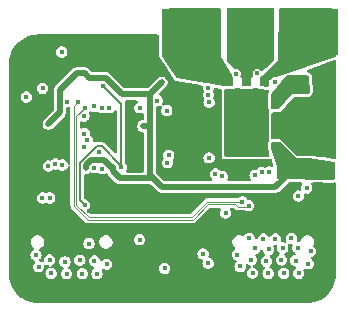
<source format=gbr>
%TF.GenerationSoftware,KiCad,Pcbnew,8.99.0-2194-gb3b7cbcab2*%
%TF.CreationDate,2024-11-16T00:43:09-05:00*%
%TF.ProjectId,minifoc esc,6d696e69-666f-4632-9065-73632e6b6963,V1.0*%
%TF.SameCoordinates,Original*%
%TF.FileFunction,Copper,L3,Inr*%
%TF.FilePolarity,Positive*%
%FSLAX46Y46*%
G04 Gerber Fmt 4.6, Leading zero omitted, Abs format (unit mm)*
G04 Created by KiCad (PCBNEW 8.99.0-2194-gb3b7cbcab2) date 2024-11-16 00:43:09*
%MOMM*%
%LPD*%
G01*
G04 APERTURE LIST*
%TA.AperFunction,ComponentPad*%
%ADD10O,1.000000X2.100000*%
%TD*%
%TA.AperFunction,ComponentPad*%
%ADD11O,1.000000X1.600000*%
%TD*%
%TA.AperFunction,ComponentPad*%
%ADD12R,4.000000X4.000000*%
%TD*%
%TA.AperFunction,ViaPad*%
%ADD13C,0.450000*%
%TD*%
%TA.AperFunction,Conductor*%
%ADD14C,0.500000*%
%TD*%
%TA.AperFunction,Conductor*%
%ADD15C,0.199400*%
%TD*%
%TA.AperFunction,Conductor*%
%ADD16C,0.090000*%
%TD*%
G04 APERTURE END LIST*
D10*
%TO.N,GND*%
%TO.C,J6*%
X152270000Y-107580000D03*
D11*
X152270000Y-111760000D03*
D10*
X160910000Y-107580000D03*
D11*
X160910000Y-111760000D03*
%TD*%
D12*
%TO.N,OUTA*%
%TO.C,J2*%
X160170000Y-90302000D03*
%TO.N,OUTB*%
X154670000Y-90302000D03*
%TO.N,OUTC*%
X149170000Y-90302000D03*
%TD*%
D10*
%TO.N,GND*%
%TO.C,J4*%
X135220000Y-107580000D03*
D11*
X135220000Y-111760000D03*
D10*
X143860000Y-107580000D03*
D11*
X143860000Y-111760000D03*
%TD*%
D13*
%TO.N,VCC*%
X151090000Y-109910000D03*
X141680000Y-110800000D03*
X158655000Y-94410000D03*
X137670000Y-109630000D03*
X157410000Y-108610000D03*
X147410000Y-110350000D03*
X155760000Y-107860000D03*
X137790000Y-110770000D03*
X150660000Y-109110000D03*
X159760000Y-108890000D03*
X159380000Y-94250000D03*
X140430000Y-110800000D03*
X154570000Y-107790000D03*
X140230000Y-109650000D03*
X158730000Y-104220000D03*
X156780000Y-107850000D03*
X158140000Y-107790000D03*
X158510000Y-109680000D03*
X154730000Y-109600000D03*
X136510000Y-109200000D03*
X136740000Y-110210000D03*
X155060000Y-108650000D03*
X157450000Y-95100000D03*
X142500000Y-109990000D03*
X159440000Y-103530000D03*
X156170000Y-110770000D03*
X157290000Y-109620000D03*
X158690000Y-108590000D03*
X156200000Y-108740000D03*
X139110000Y-110800000D03*
X159560000Y-109960000D03*
X141450000Y-109710000D03*
X157430000Y-95990000D03*
X138960000Y-109780000D03*
X154850000Y-110740000D03*
X153570000Y-109170000D03*
X158090000Y-95320000D03*
X158740000Y-110770000D03*
X153800000Y-110180000D03*
X157490000Y-110770000D03*
X156020000Y-109750000D03*
X157810000Y-94440000D03*
%TO.N,GND*%
X150540000Y-98560000D03*
X153660000Y-96630000D03*
X141850000Y-97960000D03*
X149620000Y-102700000D03*
X155264895Y-93841572D03*
X151440000Y-106560000D03*
X156000000Y-98020000D03*
X153660000Y-99490000D03*
X143720000Y-94380000D03*
X156010000Y-99480000D03*
X144600000Y-97960000D03*
X144120000Y-105440000D03*
X154970000Y-96620000D03*
X145530000Y-110540000D03*
X147948500Y-106660000D03*
X137430000Y-96560000D03*
X143230000Y-99329700D03*
X161300000Y-94530000D03*
X141038847Y-105452729D03*
X160840000Y-104840000D03*
X145690000Y-92980000D03*
X134990000Y-99410000D03*
X135760000Y-101390000D03*
X136820000Y-93430000D03*
X152650000Y-96630000D03*
X153650000Y-98020000D03*
X136890000Y-102690000D03*
X138820000Y-104520000D03*
X144230000Y-96970300D03*
X153650000Y-95330000D03*
X146240000Y-110580000D03*
X140810000Y-90770000D03*
X134880000Y-92010000D03*
X156720300Y-94559700D03*
X139030000Y-93550000D03*
X154960000Y-100650000D03*
X141860000Y-100470000D03*
X153330000Y-105550000D03*
X144600000Y-100710000D03*
X147948500Y-105140000D03*
X149340000Y-96100000D03*
X135580000Y-98000000D03*
X152640000Y-98020000D03*
X156010000Y-96630000D03*
X147950000Y-107970000D03*
X142510000Y-105560000D03*
X156410000Y-104240000D03*
X154960000Y-95330000D03*
X153465410Y-93852712D03*
X136930000Y-103250000D03*
X152650000Y-99480000D03*
X139180000Y-90755000D03*
X154970000Y-99490000D03*
X154960000Y-98020000D03*
X153650000Y-100660000D03*
X134960000Y-98660000D03*
X160910000Y-93580000D03*
%TO.N,/FB_BK*%
X140720000Y-101850000D03*
X157530000Y-101370000D03*
X157520000Y-100620000D03*
X146430000Y-102730000D03*
X137570000Y-98110000D03*
X139980000Y-93820000D03*
X143040000Y-101760000D03*
X147160000Y-94600000D03*
X158250000Y-101410000D03*
X145580000Y-98290000D03*
%TO.N,/NFAULT*%
X146800000Y-96140000D03*
X151110245Y-95654919D03*
%TO.N,/SCLK*%
X147752573Y-100777135D03*
X151710000Y-102350000D03*
%TO.N,/SOC*%
X155060000Y-102470000D03*
X137561067Y-101678629D03*
%TO.N,/SOB*%
X155623837Y-102200339D03*
X138160000Y-101500000D03*
%TO.N,/NSCS*%
X147630000Y-101390000D03*
X152298591Y-102560211D03*
%TO.N,/SOA*%
X156248719Y-102188060D03*
X138730000Y-101600000D03*
%TO.N,/DRVOFF*%
X151100000Y-95030000D03*
X147590000Y-96980000D03*
%TO.N,/NSLEEP*%
X145310000Y-96750000D03*
X151174839Y-96276574D03*
%TO.N,/RP2040/+1.1V*%
X142190000Y-94920000D03*
X140630000Y-104980000D03*
X143730000Y-101790000D03*
%TO.N,OUTB*%
X152890000Y-89770000D03*
X152890000Y-88530000D03*
X154640000Y-92760000D03*
X156450000Y-92070000D03*
X152890000Y-90960000D03*
X156450000Y-90960000D03*
X154080000Y-93220000D03*
X153400000Y-92740000D03*
X154090000Y-93830000D03*
X155370000Y-93120000D03*
X155750000Y-92560000D03*
X152890000Y-92070000D03*
X154690000Y-88530000D03*
X154690000Y-92070000D03*
X154640000Y-93830000D03*
X156450000Y-88530000D03*
X156450000Y-89770000D03*
%TO.N,OUTC*%
X150950000Y-89770000D03*
X149310000Y-93170000D03*
X147620000Y-92070000D03*
X150950000Y-90960000D03*
X149190000Y-92070000D03*
X151270000Y-93520000D03*
X147620000Y-89770000D03*
X152130000Y-93480000D03*
X147620000Y-90960000D03*
X150950000Y-92070000D03*
X150950000Y-88530000D03*
X151780000Y-92490000D03*
X149190000Y-88530000D03*
X150130000Y-93920000D03*
X147620000Y-88530000D03*
X148280000Y-92970000D03*
X150450000Y-92970000D03*
%TO.N,OUTA*%
X160190000Y-92070000D03*
X161720000Y-92070000D03*
X157320000Y-92030000D03*
X156350000Y-93720000D03*
X158390000Y-92070000D03*
X157620000Y-91060000D03*
X161720000Y-89770000D03*
X161710000Y-88530000D03*
X161720000Y-90960000D03*
X158390000Y-90960000D03*
X160190000Y-88530000D03*
X158390000Y-88530000D03*
X157090000Y-93010000D03*
X158390000Y-89770000D03*
X157970000Y-92650000D03*
%TO.N,Net-(J4-CC2)*%
X141000000Y-108240000D03*
X145290000Y-107910000D03*
%TO.N,/RP2040/RUN*%
X151170000Y-100980000D03*
X141400000Y-96630000D03*
X152560000Y-105660000D03*
%TO.N,Net-(U2-USB_DP)*%
X142129421Y-101910221D03*
X137684463Y-104375537D03*
%TO.N,Net-(U2-USB_DM)*%
X137059482Y-104380660D03*
X141440000Y-101810000D03*
%TO.N,/RP2040/UART1_TX*%
X139180000Y-96240000D03*
%TO.N,/RP2040/SWCLK*%
X142734500Y-96740300D03*
%TO.N,/RP2040/SWD*%
X142109593Y-96751263D03*
%TO.N,/RP2040/UART0_RX*%
X140100000Y-96220000D03*
X154509308Y-105032356D03*
%TO.N,/RP2040/UART0_TX*%
X153980000Y-104700000D03*
X140650000Y-96750000D03*
%TO.N,/RP2040/UART1_RX*%
X140570000Y-97450000D03*
%TO.N,/RP2040/LED1*%
X135690000Y-95830000D03*
X140590000Y-100060000D03*
%TO.N,/RP2040/LED2*%
X137080000Y-95100000D03*
X140869205Y-99496829D03*
%TO.N,/RP2040/LED3*%
X140613608Y-98926480D03*
X138700000Y-92020000D03*
%TD*%
D14*
%TO.N,/FB_BK*%
X146150000Y-98280000D02*
X145590000Y-98280000D01*
X158160000Y-102060000D02*
X156780000Y-103440000D01*
X146150000Y-102450000D02*
X146150000Y-98280000D01*
X138530000Y-96509239D02*
X138540000Y-96519239D01*
X143040000Y-102140579D02*
X143629421Y-102730000D01*
X139980000Y-93820000D02*
X140640000Y-93820000D01*
X141030000Y-94210000D02*
X142399239Y-94210000D01*
X146430000Y-102730000D02*
X146150000Y-102450000D01*
X143799239Y-95610000D02*
X146150000Y-95610000D01*
X147140000Y-103440000D02*
X146430000Y-102730000D01*
X138540000Y-96519239D02*
X138540000Y-97140000D01*
X138540000Y-97140000D02*
X137570000Y-98110000D01*
X142298439Y-101160000D02*
X141170761Y-101160000D01*
X143040000Y-101901561D02*
X142298439Y-101160000D01*
X141170761Y-101160000D02*
X140720000Y-101610761D01*
X146150000Y-98280000D02*
X146150000Y-95610000D01*
X139980000Y-93820000D02*
X138530000Y-95270000D01*
X143629421Y-102730000D02*
X146430000Y-102730000D01*
X143040000Y-102140579D02*
X143040000Y-101901561D01*
X142399239Y-94210000D02*
X143799239Y-95610000D01*
X140640000Y-93820000D02*
X141030000Y-94210000D01*
X146150000Y-95610000D02*
X147160000Y-94600000D01*
X143040000Y-101760000D02*
X143040000Y-102140579D01*
X138530000Y-95270000D02*
X138530000Y-96509239D01*
X145590000Y-98280000D02*
X145580000Y-98290000D01*
X140720000Y-101610761D02*
X140720000Y-101850000D01*
X156780000Y-103440000D02*
X147140000Y-103440000D01*
D15*
%TO.N,/RP2040/+1.1V*%
X140630000Y-104980000D02*
X140220300Y-104570300D01*
X143730000Y-101633317D02*
X143730000Y-101790000D01*
X143730000Y-101790000D02*
X143730000Y-96460000D01*
X140220300Y-104570300D02*
X140220300Y-101403017D01*
X141653017Y-99970300D02*
X142066983Y-99970300D01*
X140220300Y-101403017D02*
X141653017Y-99970300D01*
X143730000Y-96460000D02*
X142190000Y-94920000D01*
X142066983Y-99970300D02*
X143730000Y-101633317D01*
D16*
%TO.N,/RP2040/UART0_RX*%
X154509308Y-105032356D02*
X154396664Y-105145000D01*
X139730000Y-96590000D02*
X140100000Y-96220000D01*
X153370000Y-104920000D02*
X151050000Y-104920000D01*
X153595000Y-105145000D02*
X153370000Y-104920000D01*
X154396664Y-105145000D02*
X153595000Y-105145000D01*
X140878949Y-106205000D02*
X139730000Y-105056051D01*
X139730000Y-105056051D02*
X139730000Y-96590000D01*
X149765000Y-106205000D02*
X140878949Y-106205000D01*
X151050000Y-104920000D02*
X149765000Y-106205000D01*
%TO.N,/RP2040/UART0_TX*%
X153960000Y-104720000D02*
X150967157Y-104720000D01*
X140640674Y-96750000D02*
X140650000Y-96750000D01*
X149682157Y-106005000D02*
X140961792Y-106005000D01*
X139930000Y-97460674D02*
X140640674Y-96750000D01*
X150967157Y-104720000D02*
X149682157Y-106005000D01*
X140961792Y-106005000D02*
X139930000Y-104973208D01*
X153980000Y-104700000D02*
X153960000Y-104720000D01*
X139930000Y-104973208D02*
X139930000Y-97460674D01*
%TD*%
%TA.AperFunction,Conductor*%
%TO.N,VCC*%
G36*
X159548745Y-94019960D02*
G01*
X159594783Y-94072517D01*
X159606102Y-94118242D01*
X159673492Y-95423912D01*
X159657289Y-95491877D01*
X159606914Y-95540293D01*
X159553816Y-95554234D01*
X158190000Y-95600000D01*
X158189998Y-95600001D01*
X157117082Y-96837239D01*
X157058290Y-96874991D01*
X157023401Y-96880000D01*
X156561520Y-96880000D01*
X156494481Y-96860315D01*
X156448726Y-96807511D01*
X156437520Y-96756000D01*
X156437520Y-95575430D01*
X156457205Y-95508391D01*
X156467368Y-95494737D01*
X157703148Y-94052993D01*
X157761720Y-94014905D01*
X157796623Y-94009695D01*
X159481601Y-94000636D01*
X159548745Y-94019960D01*
G37*
%TD.AperFunction*%
%TD*%
%TA.AperFunction,Conductor*%
%TO.N,GND*%
G36*
X146857539Y-90550185D02*
G01*
X146903294Y-90602989D01*
X146914500Y-90654500D01*
X146914500Y-92253936D01*
X146918260Y-92280328D01*
X146919500Y-92297817D01*
X146919500Y-92326678D01*
X146934032Y-92399735D01*
X146934033Y-92399739D01*
X146994043Y-92489551D01*
X146995599Y-92491939D01*
X147192538Y-92801876D01*
X147404005Y-93134677D01*
X148103938Y-94236212D01*
X148118282Y-94258785D01*
X148118285Y-94258791D01*
X148145095Y-94300984D01*
X148145107Y-94301001D01*
X148164473Y-94327537D01*
X148164491Y-94327560D01*
X148184877Y-94352017D01*
X148188473Y-94356238D01*
X148188475Y-94356239D01*
X148188477Y-94356242D01*
X148188485Y-94356248D01*
X148267357Y-94417196D01*
X148267366Y-94417201D01*
X148329905Y-94448306D01*
X148329911Y-94448308D01*
X148329920Y-94448313D01*
X148398981Y-94471103D01*
X150524512Y-94848974D01*
X150587071Y-94880089D01*
X150622877Y-94940086D01*
X150625546Y-94988704D01*
X150619610Y-95029996D01*
X150619610Y-95029999D01*
X150619610Y-95030000D01*
X150624947Y-95067123D01*
X150639068Y-95165337D01*
X150639070Y-95165345D01*
X150699554Y-95297786D01*
X150697217Y-95298852D01*
X150713098Y-95352935D01*
X150701893Y-95404446D01*
X150649313Y-95519579D01*
X150649313Y-95519581D01*
X150629855Y-95654919D01*
X150649313Y-95790256D01*
X150649315Y-95790264D01*
X150706112Y-95914633D01*
X150706117Y-95914641D01*
X150726798Y-95938507D01*
X150755824Y-96002062D01*
X150745881Y-96071220D01*
X150713908Y-96141231D01*
X150713907Y-96141236D01*
X150694449Y-96276574D01*
X150713907Y-96411911D01*
X150713909Y-96411919D01*
X150770706Y-96536288D01*
X150770711Y-96536295D01*
X150860248Y-96639627D01*
X150860252Y-96639631D01*
X150911338Y-96672461D01*
X150975278Y-96713552D01*
X151038498Y-96732115D01*
X151106471Y-96752074D01*
X151106472Y-96752074D01*
X151243206Y-96752074D01*
X151374400Y-96713552D01*
X151489428Y-96639629D01*
X151578969Y-96536292D01*
X151635770Y-96411916D01*
X151655229Y-96276574D01*
X151635770Y-96141232D01*
X151612244Y-96089718D01*
X151578971Y-96016859D01*
X151578968Y-96016855D01*
X151566150Y-96002062D01*
X151558284Y-95992984D01*
X151529259Y-95929430D01*
X151539201Y-95860274D01*
X151571176Y-95790261D01*
X151590635Y-95654919D01*
X151571176Y-95519577D01*
X151514375Y-95395201D01*
X151514374Y-95395200D01*
X151511352Y-95388582D01*
X151510174Y-95387312D01*
X151505165Y-95359298D01*
X151497146Y-95331992D01*
X151498801Y-95323700D01*
X151497878Y-95318533D01*
X151505007Y-95292623D01*
X151506660Y-95284349D01*
X151507459Y-95282427D01*
X151560931Y-95165342D01*
X151563441Y-95147877D01*
X151569463Y-95133406D01*
X151581971Y-95117934D01*
X151590234Y-95099840D01*
X151603485Y-95091323D01*
X151613390Y-95079072D01*
X151632276Y-95072818D01*
X151649011Y-95062064D01*
X151667893Y-95061027D01*
X151679719Y-95057112D01*
X151690192Y-95059802D01*
X151705649Y-95058954D01*
X152146649Y-95137354D01*
X152209206Y-95168468D01*
X152245012Y-95228466D01*
X152248942Y-95259849D01*
X152229999Y-100989999D01*
X152261630Y-101020108D01*
X152269524Y-101033754D01*
X152300136Y-101064248D01*
X156357287Y-101048511D01*
X156424402Y-101067935D01*
X156470362Y-101120561D01*
X156476365Y-101136307D01*
X156618576Y-101602170D01*
X156619322Y-101672035D01*
X156582178Y-101731213D01*
X156518936Y-101760915D01*
X156457050Y-101752691D01*
X156456789Y-101753580D01*
X156451042Y-101751892D01*
X156449675Y-101751711D01*
X156448467Y-101751167D01*
X156448279Y-101751081D01*
X156317087Y-101712560D01*
X156317086Y-101712560D01*
X156180352Y-101712560D01*
X156180351Y-101712560D01*
X156049162Y-101751080D01*
X156049159Y-101751081D01*
X156049158Y-101751082D01*
X155993763Y-101786682D01*
X155926723Y-101806365D01*
X155859687Y-101786681D01*
X155823402Y-101763363D01*
X155823395Y-101763359D01*
X155692205Y-101724839D01*
X155692204Y-101724839D01*
X155555470Y-101724839D01*
X155555469Y-101724839D01*
X155424277Y-101763360D01*
X155309250Y-101837281D01*
X155309246Y-101837285D01*
X155213899Y-101947323D01*
X155212147Y-101945805D01*
X155168887Y-101983293D01*
X155117372Y-101994500D01*
X154991632Y-101994500D01*
X154860440Y-102033021D01*
X154745413Y-102106942D01*
X154745409Y-102106946D01*
X154655872Y-102210278D01*
X154655867Y-102210285D01*
X154599070Y-102334654D01*
X154599068Y-102334662D01*
X154579610Y-102470000D01*
X154599068Y-102605337D01*
X154599070Y-102605345D01*
X154655867Y-102729714D01*
X154655869Y-102729716D01*
X154655870Y-102729718D01*
X154659838Y-102734297D01*
X154688863Y-102797852D01*
X154678920Y-102867011D01*
X154633165Y-102919815D01*
X154566126Y-102939500D01*
X152841062Y-102939500D01*
X152774023Y-102919815D01*
X152728268Y-102867011D01*
X152718324Y-102797853D01*
X152728266Y-102763991D01*
X152759522Y-102695553D01*
X152778981Y-102560211D01*
X152759522Y-102424869D01*
X152725558Y-102350499D01*
X152702723Y-102300496D01*
X152702718Y-102300489D01*
X152613181Y-102197157D01*
X152613177Y-102197153D01*
X152498150Y-102123232D01*
X152366959Y-102084711D01*
X152366958Y-102084711D01*
X152230224Y-102084711D01*
X152230220Y-102084711D01*
X152210286Y-102090564D01*
X152140417Y-102090562D01*
X152081642Y-102052788D01*
X152024590Y-101986946D01*
X152024586Y-101986942D01*
X151928736Y-101925345D01*
X151909561Y-101913022D01*
X151909560Y-101913021D01*
X151909559Y-101913021D01*
X151778368Y-101874500D01*
X151778367Y-101874500D01*
X151641633Y-101874500D01*
X151641632Y-101874500D01*
X151510440Y-101913021D01*
X151395413Y-101986942D01*
X151395409Y-101986946D01*
X151305872Y-102090278D01*
X151305867Y-102090285D01*
X151249070Y-102214654D01*
X151249068Y-102214662D01*
X151229610Y-102350000D01*
X151249068Y-102485337D01*
X151249070Y-102485345D01*
X151305867Y-102609714D01*
X151305872Y-102609721D01*
X151395409Y-102713053D01*
X151402116Y-102718865D01*
X151400635Y-102720573D01*
X151438255Y-102763987D01*
X151448199Y-102833145D01*
X151419175Y-102896701D01*
X151360398Y-102934477D01*
X151325461Y-102939500D01*
X147398676Y-102939500D01*
X147331637Y-102919815D01*
X147310995Y-102903181D01*
X146686819Y-102279005D01*
X146653334Y-102217682D01*
X146650500Y-102191324D01*
X146650500Y-101390000D01*
X147149610Y-101390000D01*
X147169068Y-101525337D01*
X147169070Y-101525345D01*
X147225867Y-101649714D01*
X147225872Y-101649721D01*
X147315409Y-101753053D01*
X147315413Y-101753057D01*
X147367735Y-101786681D01*
X147430439Y-101826978D01*
X147496036Y-101846239D01*
X147561632Y-101865500D01*
X147561633Y-101865500D01*
X147698367Y-101865500D01*
X147829561Y-101826978D01*
X147944589Y-101753055D01*
X148034130Y-101649718D01*
X148090931Y-101525342D01*
X148110390Y-101390000D01*
X148090931Y-101254658D01*
X148090929Y-101254654D01*
X148081599Y-101234224D01*
X148071654Y-101165065D01*
X148088440Y-101118289D01*
X148093852Y-101109387D01*
X148156703Y-101036853D01*
X148182667Y-100980000D01*
X150689610Y-100980000D01*
X150709068Y-101115337D01*
X150709070Y-101115345D01*
X150765867Y-101239714D01*
X150765872Y-101239721D01*
X150855409Y-101343053D01*
X150855413Y-101343057D01*
X150915979Y-101381979D01*
X150970439Y-101416978D01*
X151036036Y-101436239D01*
X151101632Y-101455500D01*
X151101633Y-101455500D01*
X151238367Y-101455500D01*
X151369561Y-101416978D01*
X151484589Y-101343055D01*
X151574130Y-101239718D01*
X151575397Y-101236945D01*
X151609156Y-101163022D01*
X151630931Y-101115342D01*
X151650390Y-100980000D01*
X151630931Y-100844658D01*
X151618677Y-100817827D01*
X151574132Y-100720285D01*
X151574127Y-100720278D01*
X151484590Y-100616946D01*
X151484586Y-100616942D01*
X151369559Y-100543021D01*
X151238368Y-100504500D01*
X151238367Y-100504500D01*
X151101633Y-100504500D01*
X151101632Y-100504500D01*
X150970440Y-100543021D01*
X150855413Y-100616942D01*
X150855409Y-100616946D01*
X150765872Y-100720278D01*
X150765867Y-100720285D01*
X150709070Y-100844654D01*
X150709068Y-100844662D01*
X150689610Y-100980000D01*
X148182667Y-100980000D01*
X148213504Y-100912477D01*
X148232963Y-100777135D01*
X148213504Y-100641793D01*
X148186293Y-100582210D01*
X148156705Y-100517420D01*
X148156700Y-100517413D01*
X148067163Y-100414081D01*
X148067159Y-100414077D01*
X147952132Y-100340156D01*
X147820941Y-100301635D01*
X147820940Y-100301635D01*
X147684206Y-100301635D01*
X147684205Y-100301635D01*
X147553013Y-100340156D01*
X147437986Y-100414077D01*
X147437982Y-100414081D01*
X147348445Y-100517413D01*
X147348440Y-100517420D01*
X147291643Y-100641789D01*
X147291641Y-100641797D01*
X147272183Y-100777135D01*
X147291641Y-100912476D01*
X147291642Y-100912480D01*
X147300974Y-100932912D01*
X147310918Y-101002071D01*
X147281894Y-101065626D01*
X147225870Y-101130282D01*
X147225867Y-101130285D01*
X147169070Y-101254654D01*
X147169068Y-101254662D01*
X147149610Y-101390000D01*
X146650500Y-101390000D01*
X146650500Y-96739500D01*
X146670185Y-96672461D01*
X146722989Y-96626706D01*
X146774500Y-96615500D01*
X146868367Y-96615500D01*
X146999554Y-96576980D01*
X146999553Y-96576980D01*
X146999561Y-96576978D01*
X147000629Y-96576291D01*
X147001848Y-96575933D01*
X147007623Y-96573296D01*
X147008002Y-96574126D01*
X147067663Y-96556604D01*
X147134703Y-96576284D01*
X147180462Y-96629085D01*
X147190410Y-96698243D01*
X147180466Y-96732115D01*
X147129068Y-96844660D01*
X147129068Y-96844662D01*
X147109610Y-96980000D01*
X147129068Y-97115337D01*
X147129070Y-97115345D01*
X147185867Y-97239714D01*
X147185872Y-97239721D01*
X147275409Y-97343053D01*
X147275413Y-97343057D01*
X147335979Y-97381979D01*
X147390439Y-97416978D01*
X147456036Y-97436239D01*
X147521632Y-97455500D01*
X147521633Y-97455500D01*
X147658367Y-97455500D01*
X147789561Y-97416978D01*
X147904589Y-97343055D01*
X147994130Y-97239718D01*
X148050931Y-97115342D01*
X148070390Y-96980000D01*
X148050931Y-96844658D01*
X148014631Y-96765172D01*
X147994132Y-96720285D01*
X147994127Y-96720278D01*
X147904590Y-96616946D01*
X147904586Y-96616942D01*
X147794000Y-96545875D01*
X147789561Y-96543022D01*
X147789560Y-96543021D01*
X147789559Y-96543021D01*
X147658368Y-96504500D01*
X147658367Y-96504500D01*
X147521633Y-96504500D01*
X147521632Y-96504500D01*
X147390440Y-96543021D01*
X147390438Y-96543022D01*
X147389360Y-96543715D01*
X147388131Y-96544075D01*
X147382377Y-96546704D01*
X147381998Y-96545875D01*
X147322320Y-96563395D01*
X147255281Y-96543706D01*
X147209530Y-96490899D01*
X147199591Y-96421740D01*
X147209532Y-96387888D01*
X147260931Y-96275342D01*
X147280390Y-96140000D01*
X147260931Y-96004658D01*
X147242974Y-95965337D01*
X147204132Y-95880285D01*
X147204127Y-95880278D01*
X147114590Y-95776946D01*
X147114586Y-95776942D01*
X146992101Y-95698228D01*
X146993006Y-95696818D01*
X146948035Y-95657840D01*
X146928360Y-95590798D01*
X146948054Y-95523761D01*
X146964674Y-95503139D01*
X147560500Y-94907314D01*
X147626392Y-94793186D01*
X147660500Y-94665892D01*
X147660500Y-94534107D01*
X147626392Y-94406814D01*
X147560500Y-94292686D01*
X147467314Y-94199500D01*
X147410250Y-94166554D01*
X147353187Y-94133608D01*
X147281687Y-94114450D01*
X147225893Y-94099500D01*
X147094108Y-94099500D01*
X146966812Y-94133608D01*
X146852686Y-94199500D01*
X146852683Y-94199502D01*
X145979005Y-95073181D01*
X145917682Y-95106666D01*
X145891324Y-95109500D01*
X144057915Y-95109500D01*
X143990876Y-95089815D01*
X143970234Y-95073181D01*
X142706555Y-93809502D01*
X142706553Y-93809500D01*
X142646288Y-93774706D01*
X142592426Y-93743608D01*
X142478525Y-93713089D01*
X142465131Y-93709500D01*
X142465130Y-93709500D01*
X141288675Y-93709500D01*
X141221636Y-93689815D01*
X141200994Y-93673181D01*
X140947316Y-93419502D01*
X140947315Y-93419501D01*
X140947314Y-93419500D01*
X140890250Y-93386554D01*
X140833187Y-93353608D01*
X140769539Y-93336554D01*
X140705892Y-93319500D01*
X140045893Y-93319500D01*
X139914108Y-93319500D01*
X139786812Y-93353608D01*
X139672686Y-93419500D01*
X139672683Y-93419502D01*
X138129502Y-94962683D01*
X138129500Y-94962686D01*
X138063608Y-95076812D01*
X138037831Y-95173015D01*
X138029500Y-95204108D01*
X138029500Y-96443347D01*
X138029500Y-96575131D01*
X138033934Y-96591677D01*
X138035275Y-96596683D01*
X138039500Y-96628776D01*
X138039500Y-96881324D01*
X138019815Y-96948363D01*
X138003181Y-96969005D01*
X137169502Y-97802683D01*
X137169500Y-97802686D01*
X137103608Y-97916812D01*
X137069500Y-98044108D01*
X137069500Y-98175891D01*
X137103608Y-98303187D01*
X137134037Y-98355891D01*
X137169500Y-98417314D01*
X137262686Y-98510500D01*
X137376814Y-98576392D01*
X137504108Y-98610500D01*
X137504110Y-98610500D01*
X137635890Y-98610500D01*
X137635892Y-98610500D01*
X137763186Y-98576392D01*
X137877314Y-98510500D01*
X138940500Y-97447314D01*
X139006392Y-97333186D01*
X139040500Y-97205893D01*
X139040500Y-97074108D01*
X139040500Y-96839500D01*
X139041474Y-96836182D01*
X139040680Y-96832816D01*
X139051248Y-96802894D01*
X139060185Y-96772461D01*
X139062797Y-96770196D01*
X139063950Y-96766935D01*
X139089017Y-96747477D01*
X139112989Y-96726706D01*
X139117219Y-96725586D01*
X139119144Y-96724093D01*
X139132249Y-96721610D01*
X139153495Y-96715989D01*
X139158983Y-96715500D01*
X139248367Y-96715500D01*
X139287308Y-96704065D01*
X139299495Y-96702980D01*
X139322244Y-96707514D01*
X139345434Y-96707514D01*
X139355859Y-96714213D01*
X139368017Y-96716637D01*
X139384703Y-96732750D01*
X139404213Y-96745288D01*
X139409361Y-96756561D01*
X139418278Y-96765172D01*
X139423603Y-96787746D01*
X139433238Y-96808843D01*
X139434500Y-96826491D01*
X139434500Y-101431739D01*
X139414815Y-101498778D01*
X139362011Y-101544533D01*
X139292853Y-101554477D01*
X139229297Y-101525452D01*
X139195229Y-101472444D01*
X139194615Y-101472725D01*
X139192662Y-101468450D01*
X139191525Y-101466680D01*
X139190931Y-101464659D01*
X139186748Y-101455500D01*
X139156836Y-101390000D01*
X139134132Y-101340285D01*
X139134127Y-101340278D01*
X139044590Y-101236946D01*
X139044586Y-101236942D01*
X138929559Y-101163021D01*
X138798368Y-101124500D01*
X138798367Y-101124500D01*
X138661633Y-101124500D01*
X138661629Y-101124500D01*
X138574289Y-101150145D01*
X138504419Y-101150145D01*
X138472317Y-101135484D01*
X138363613Y-101065626D01*
X138359561Y-101063022D01*
X138359560Y-101063021D01*
X138359559Y-101063021D01*
X138228368Y-101024500D01*
X138228367Y-101024500D01*
X138091633Y-101024500D01*
X138091632Y-101024500D01*
X137960440Y-101063021D01*
X137845413Y-101136942D01*
X137845411Y-101136945D01*
X137808072Y-101180035D01*
X137749293Y-101217808D01*
X137679428Y-101217808D01*
X137629434Y-101203129D01*
X137492700Y-101203129D01*
X137492699Y-101203129D01*
X137361507Y-101241650D01*
X137246480Y-101315571D01*
X137246476Y-101315575D01*
X137156939Y-101418907D01*
X137156934Y-101418914D01*
X137100137Y-101543283D01*
X137100135Y-101543291D01*
X137080677Y-101678629D01*
X137100135Y-101813966D01*
X137100137Y-101813974D01*
X137156934Y-101938343D01*
X137156939Y-101938350D01*
X137246476Y-102041682D01*
X137246480Y-102041686D01*
X137299097Y-102075500D01*
X137361506Y-102115607D01*
X137387478Y-102123233D01*
X137492699Y-102154129D01*
X137492700Y-102154129D01*
X137629434Y-102154129D01*
X137760628Y-102115607D01*
X137875656Y-102041684D01*
X137883162Y-102033022D01*
X137912991Y-101998597D01*
X137971769Y-101960821D01*
X138041638Y-101960820D01*
X138041640Y-101960821D01*
X138091632Y-101975500D01*
X138091633Y-101975500D01*
X138228367Y-101975500D01*
X138315709Y-101949854D01*
X138385578Y-101949854D01*
X138417682Y-101964515D01*
X138464341Y-101994500D01*
X138530439Y-102036978D01*
X138584283Y-102052788D01*
X138661632Y-102075500D01*
X138661633Y-102075500D01*
X138798367Y-102075500D01*
X138929561Y-102036978D01*
X139044589Y-101963055D01*
X139134130Y-101859718D01*
X139190931Y-101735342D01*
X139190931Y-101735335D01*
X139191524Y-101733322D01*
X139192662Y-101731550D01*
X139194615Y-101727275D01*
X139195229Y-101727555D01*
X139229300Y-101674545D01*
X139292856Y-101645522D01*
X139362014Y-101655467D01*
X139414817Y-101701223D01*
X139434500Y-101768260D01*
X139434500Y-105094957D01*
X139436490Y-105102382D01*
X139437485Y-105106096D01*
X139454638Y-105170110D01*
X139477476Y-105209667D01*
X139493541Y-105237492D01*
X140642490Y-106386441D01*
X140697508Y-106441459D01*
X140764890Y-106480362D01*
X140840045Y-106500500D01*
X140840046Y-106500500D01*
X140840048Y-106500500D01*
X149803903Y-106500500D01*
X149803904Y-106500500D01*
X149833540Y-106492558D01*
X149841482Y-106490431D01*
X149858048Y-106485991D01*
X149879059Y-106480362D01*
X149946441Y-106441459D01*
X150001459Y-106386441D01*
X151136081Y-105251819D01*
X151197404Y-105218334D01*
X151223762Y-105215500D01*
X152047533Y-105215500D01*
X152114572Y-105235185D01*
X152160327Y-105287989D01*
X152170271Y-105357147D01*
X152157536Y-105391292D01*
X152159554Y-105392214D01*
X152099070Y-105524654D01*
X152099068Y-105524662D01*
X152079610Y-105660000D01*
X152099068Y-105795337D01*
X152099070Y-105795345D01*
X152155867Y-105919714D01*
X152155872Y-105919721D01*
X152245409Y-106023053D01*
X152245413Y-106023057D01*
X152305979Y-106061979D01*
X152360439Y-106096978D01*
X152426036Y-106116239D01*
X152491632Y-106135500D01*
X152491633Y-106135500D01*
X152628367Y-106135500D01*
X152759561Y-106096978D01*
X152874589Y-106023055D01*
X152964130Y-105919718D01*
X153020931Y-105795342D01*
X153040390Y-105660000D01*
X153020931Y-105524658D01*
X152977899Y-105430431D01*
X152960446Y-105392214D01*
X152960639Y-105392125D01*
X152959673Y-105391011D01*
X152955911Y-105364851D01*
X152948467Y-105339491D01*
X152951016Y-105330809D01*
X152949729Y-105321853D01*
X152960707Y-105297812D01*
X152968156Y-105272453D01*
X152974995Y-105266527D01*
X152978754Y-105258297D01*
X153000989Y-105244007D01*
X153020964Y-105226702D01*
X153031474Y-105224415D01*
X153037532Y-105220523D01*
X153072467Y-105215500D01*
X153196237Y-105215500D01*
X153263276Y-105235185D01*
X153283918Y-105251819D01*
X153353952Y-105321853D01*
X153413558Y-105381459D01*
X153446161Y-105400282D01*
X153480941Y-105420362D01*
X153480945Y-105420363D01*
X153518517Y-105430431D01*
X153518518Y-105430431D01*
X153528587Y-105433128D01*
X153556096Y-105440500D01*
X153556097Y-105440500D01*
X154228471Y-105440500D01*
X154295509Y-105460184D01*
X154309747Y-105469334D01*
X154375344Y-105488595D01*
X154440940Y-105507856D01*
X154440941Y-105507856D01*
X154577675Y-105507856D01*
X154708869Y-105469334D01*
X154823897Y-105395411D01*
X154913438Y-105292074D01*
X154970239Y-105167698D01*
X154989698Y-105032356D01*
X154970239Y-104897014D01*
X154957985Y-104870183D01*
X154913440Y-104772641D01*
X154913435Y-104772634D01*
X154823898Y-104669302D01*
X154823894Y-104669298D01*
X154708867Y-104595377D01*
X154577676Y-104556856D01*
X154577675Y-104556856D01*
X154517057Y-104556856D01*
X154450018Y-104537171D01*
X154404263Y-104484367D01*
X154384130Y-104440282D01*
X154294589Y-104336945D01*
X154294586Y-104336942D01*
X154179559Y-104263021D01*
X154048368Y-104224500D01*
X154048367Y-104224500D01*
X153911633Y-104224500D01*
X153911632Y-104224500D01*
X153780440Y-104263021D01*
X153665413Y-104336942D01*
X153665409Y-104336946D01*
X153626629Y-104381702D01*
X153567851Y-104419477D01*
X153532916Y-104424500D01*
X150928252Y-104424500D01*
X150869354Y-104440282D01*
X150869353Y-104440281D01*
X150853100Y-104444637D01*
X150853095Y-104444639D01*
X150785719Y-104483539D01*
X150785713Y-104483543D01*
X149596076Y-105673181D01*
X149534753Y-105706666D01*
X149508395Y-105709500D01*
X141135554Y-105709500D01*
X141106113Y-105700855D01*
X141076127Y-105694332D01*
X141071111Y-105690577D01*
X141068515Y-105689815D01*
X141047873Y-105673181D01*
X140915300Y-105540608D01*
X140881815Y-105479285D01*
X140886799Y-105409593D01*
X140928671Y-105353660D01*
X140935937Y-105348614D01*
X140944589Y-105343055D01*
X141034130Y-105239718D01*
X141090931Y-105115342D01*
X141110390Y-104980000D01*
X141090931Y-104844658D01*
X141058042Y-104772641D01*
X141034132Y-104720285D01*
X141034127Y-104720278D01*
X140944590Y-104616946D01*
X140944586Y-104616942D01*
X140829559Y-104543021D01*
X140698367Y-104504499D01*
X140689590Y-104503238D01*
X140689882Y-104501200D01*
X140671679Y-104495855D01*
X140641693Y-104489332D01*
X140636677Y-104485577D01*
X140634081Y-104484815D01*
X140613439Y-104468181D01*
X140606819Y-104461561D01*
X140573334Y-104400238D01*
X140570500Y-104373880D01*
X140570500Y-102474500D01*
X140590185Y-102407461D01*
X140642989Y-102361706D01*
X140694500Y-102350500D01*
X140785890Y-102350500D01*
X140785892Y-102350500D01*
X140913186Y-102316392D01*
X141027314Y-102250500D01*
X141042179Y-102235635D01*
X141103501Y-102202148D01*
X141173193Y-102207131D01*
X141196900Y-102218998D01*
X141202255Y-102222439D01*
X141240439Y-102246978D01*
X141302620Y-102265236D01*
X141371632Y-102285500D01*
X141371633Y-102285500D01*
X141508367Y-102285500D01*
X141639561Y-102246978D01*
X141647111Y-102242125D01*
X141714149Y-102222439D01*
X141781189Y-102242121D01*
X141807863Y-102265233D01*
X141814832Y-102273276D01*
X141814834Y-102273277D01*
X141814834Y-102273278D01*
X141875400Y-102312200D01*
X141929860Y-102347199D01*
X141995457Y-102366460D01*
X142061053Y-102385721D01*
X142061054Y-102385721D01*
X142197788Y-102385721D01*
X142328982Y-102347199D01*
X142403662Y-102299205D01*
X142470700Y-102279522D01*
X142537739Y-102299207D01*
X142578085Y-102341520D01*
X142639500Y-102447893D01*
X143322107Y-103130500D01*
X143436235Y-103196392D01*
X143563528Y-103230500D01*
X143563529Y-103230500D01*
X146171324Y-103230500D01*
X146238363Y-103250185D01*
X146259005Y-103266819D01*
X146739500Y-103747314D01*
X146832686Y-103840500D01*
X146946814Y-103906392D01*
X147074108Y-103940500D01*
X147074110Y-103940500D01*
X156845890Y-103940500D01*
X156845892Y-103940500D01*
X156973186Y-103906392D01*
X157087314Y-103840500D01*
X157847662Y-103080150D01*
X157908983Y-103046667D01*
X157936349Y-103043837D01*
X158954352Y-103052182D01*
X159021227Y-103072416D01*
X159066548Y-103125593D01*
X159075924Y-103194831D01*
X159047050Y-103257378D01*
X159035872Y-103270277D01*
X159035867Y-103270285D01*
X158979070Y-103394654D01*
X158979068Y-103394662D01*
X158959610Y-103530000D01*
X158971457Y-103612403D01*
X158961513Y-103681561D01*
X158915758Y-103734365D01*
X158848718Y-103754049D01*
X158813787Y-103749027D01*
X158798368Y-103744500D01*
X158798367Y-103744500D01*
X158661633Y-103744500D01*
X158661632Y-103744500D01*
X158530440Y-103783021D01*
X158415413Y-103856942D01*
X158415409Y-103856946D01*
X158325872Y-103960278D01*
X158325867Y-103960285D01*
X158269070Y-104084654D01*
X158269068Y-104084662D01*
X158249610Y-104220000D01*
X158269068Y-104355337D01*
X158269070Y-104355345D01*
X158325867Y-104479714D01*
X158325872Y-104479721D01*
X158415409Y-104583053D01*
X158415413Y-104583057D01*
X158468147Y-104616946D01*
X158530439Y-104656978D01*
X158572411Y-104669302D01*
X158661632Y-104695500D01*
X158661633Y-104695500D01*
X158798367Y-104695500D01*
X158929561Y-104656978D01*
X159044589Y-104583055D01*
X159134130Y-104479718D01*
X159190931Y-104355342D01*
X159210390Y-104220000D01*
X159198542Y-104137595D01*
X159208486Y-104068439D01*
X159254240Y-104015635D01*
X159321280Y-103995950D01*
X159356215Y-104000973D01*
X159371632Y-104005500D01*
X159371633Y-104005500D01*
X159508367Y-104005500D01*
X159639561Y-103966978D01*
X159754589Y-103893055D01*
X159844130Y-103789718D01*
X159847189Y-103783021D01*
X159863495Y-103747314D01*
X159900931Y-103665342D01*
X159920390Y-103530000D01*
X159900931Y-103394658D01*
X159888677Y-103367827D01*
X159844132Y-103270285D01*
X159844129Y-103270281D01*
X159839915Y-103265418D01*
X159810888Y-103201862D01*
X159820831Y-103132704D01*
X159866584Y-103079899D01*
X159933624Y-103060213D01*
X159934549Y-103060216D01*
X161675432Y-103074487D01*
X161728244Y-103069412D01*
X161728247Y-103069411D01*
X161728251Y-103069411D01*
X161778423Y-103059249D01*
X161778422Y-103059249D01*
X161778443Y-103059245D01*
X161784782Y-103057624D01*
X161854608Y-103060088D01*
X161912018Y-103099911D01*
X161938784Y-103164451D01*
X161939500Y-103177759D01*
X161939500Y-110776249D01*
X161939274Y-110783736D01*
X161921728Y-111073794D01*
X161919923Y-111088659D01*
X161868219Y-111370798D01*
X161864635Y-111385336D01*
X161779306Y-111659167D01*
X161773997Y-111673168D01*
X161656275Y-111934736D01*
X161649316Y-111947995D01*
X161500928Y-112193459D01*
X161492422Y-112205782D01*
X161315526Y-112431573D01*
X161305596Y-112442781D01*
X161102781Y-112645596D01*
X161091573Y-112655526D01*
X160865782Y-112832422D01*
X160853459Y-112840928D01*
X160607995Y-112989316D01*
X160594736Y-112996275D01*
X160333168Y-113113997D01*
X160319167Y-113119306D01*
X160045336Y-113204635D01*
X160030798Y-113208219D01*
X159748659Y-113259923D01*
X159733794Y-113261728D01*
X159443736Y-113279274D01*
X159436249Y-113279500D01*
X136784817Y-113279500D01*
X136777212Y-113279499D01*
X136777209Y-113279499D01*
X136747020Y-113279499D01*
X136715063Y-113279499D01*
X136715062Y-113279498D01*
X136707579Y-113279273D01*
X136417519Y-113261730D01*
X136402654Y-113259925D01*
X136120522Y-113208224D01*
X136105989Y-113204642D01*
X135969060Y-113161975D01*
X135832138Y-113119309D01*
X135818137Y-113113999D01*
X135556573Y-112996280D01*
X135543314Y-112989321D01*
X135297849Y-112840933D01*
X135285526Y-112832427D01*
X135059737Y-112655535D01*
X135048529Y-112645606D01*
X134845704Y-112442783D01*
X134835774Y-112431574D01*
X134835773Y-112431573D01*
X134658876Y-112205781D01*
X134650378Y-112193470D01*
X134501978Y-111947988D01*
X134495029Y-111934746D01*
X134377302Y-111673168D01*
X134372003Y-111659198D01*
X134286660Y-111385322D01*
X134283081Y-111370800D01*
X134245010Y-111163057D01*
X134231375Y-111088659D01*
X134229571Y-111073796D01*
X134228719Y-111059718D01*
X134212046Y-110784066D01*
X134211820Y-110776579D01*
X134211820Y-109200000D01*
X136029610Y-109200000D01*
X136049068Y-109335337D01*
X136049070Y-109335345D01*
X136105867Y-109459714D01*
X136105872Y-109459721D01*
X136195409Y-109563053D01*
X136195413Y-109563057D01*
X136233285Y-109587395D01*
X136310439Y-109636978D01*
X136361996Y-109652116D01*
X136420773Y-109689889D01*
X136449799Y-109753444D01*
X136439856Y-109822603D01*
X136420775Y-109852295D01*
X136335870Y-109950282D01*
X136335867Y-109950285D01*
X136279070Y-110074654D01*
X136279068Y-110074662D01*
X136259610Y-110210000D01*
X136279068Y-110345337D01*
X136279070Y-110345345D01*
X136335867Y-110469714D01*
X136335872Y-110469721D01*
X136425409Y-110573053D01*
X136425413Y-110573057D01*
X136482465Y-110609721D01*
X136540439Y-110646978D01*
X136600638Y-110664654D01*
X136671632Y-110685500D01*
X136671633Y-110685500D01*
X136808367Y-110685500D01*
X136939561Y-110646978D01*
X137054589Y-110573055D01*
X137144130Y-110469718D01*
X137200931Y-110345342D01*
X137220390Y-110210000D01*
X137210917Y-110144116D01*
X137220860Y-110074962D01*
X137266615Y-110022157D01*
X137333654Y-110002472D01*
X137400693Y-110022156D01*
X137428015Y-110039714D01*
X137470439Y-110066978D01*
X137510790Y-110078826D01*
X137579066Y-110098874D01*
X137637844Y-110136648D01*
X137666869Y-110200204D01*
X137656925Y-110269362D01*
X137611171Y-110322166D01*
X137595648Y-110330643D01*
X137590438Y-110333022D01*
X137475413Y-110406942D01*
X137475413Y-110406943D01*
X137409392Y-110483134D01*
X137409389Y-110483138D01*
X137385870Y-110510282D01*
X137334510Y-110622742D01*
X137334505Y-110622753D01*
X137329070Y-110634656D01*
X137329068Y-110634662D01*
X137309610Y-110770000D01*
X137329068Y-110905337D01*
X137329070Y-110905345D01*
X137385867Y-111029714D01*
X137385872Y-111029721D01*
X137475409Y-111133053D01*
X137475413Y-111133057D01*
X137535979Y-111171979D01*
X137590439Y-111206978D01*
X137656036Y-111226239D01*
X137721632Y-111245500D01*
X137721633Y-111245500D01*
X137858367Y-111245500D01*
X137989561Y-111206978D01*
X138104589Y-111133055D01*
X138194130Y-111029718D01*
X138250931Y-110905342D01*
X138270390Y-110770000D01*
X138250931Y-110634658D01*
X138237229Y-110604654D01*
X138194132Y-110510285D01*
X138194127Y-110510278D01*
X138104590Y-110406946D01*
X138104586Y-110406942D01*
X137989559Y-110333020D01*
X137880933Y-110301125D01*
X137822155Y-110263350D01*
X137793130Y-110199795D01*
X137803074Y-110130636D01*
X137848829Y-110077832D01*
X137864361Y-110069352D01*
X137869551Y-110066980D01*
X137869561Y-110066978D01*
X137984589Y-109993055D01*
X138074130Y-109889718D01*
X138076129Y-109885342D01*
X138093664Y-109846945D01*
X138124237Y-109780000D01*
X138479610Y-109780000D01*
X138499068Y-109915337D01*
X138499070Y-109915345D01*
X138555867Y-110039714D01*
X138555872Y-110039721D01*
X138645409Y-110143053D01*
X138645413Y-110143057D01*
X138760440Y-110216979D01*
X138768511Y-110220665D01*
X138767785Y-110222253D01*
X138817631Y-110254286D01*
X138846657Y-110317842D01*
X138836714Y-110387000D01*
X138800297Y-110429036D01*
X138802116Y-110431135D01*
X138795409Y-110436946D01*
X138705872Y-110540278D01*
X138705867Y-110540285D01*
X138649070Y-110664654D01*
X138649068Y-110664662D01*
X138629610Y-110800000D01*
X138649068Y-110935337D01*
X138649070Y-110935345D01*
X138705867Y-111059714D01*
X138705872Y-111059721D01*
X138795409Y-111163053D01*
X138795413Y-111163057D01*
X138855979Y-111201979D01*
X138910439Y-111236978D01*
X138976036Y-111256239D01*
X139041632Y-111275500D01*
X139041633Y-111275500D01*
X139178367Y-111275500D01*
X139309561Y-111236978D01*
X139424589Y-111163055D01*
X139514130Y-111059718D01*
X139570931Y-110935342D01*
X139590390Y-110800000D01*
X139570931Y-110664658D01*
X139557229Y-110634654D01*
X139514132Y-110540285D01*
X139514127Y-110540278D01*
X139424590Y-110436946D01*
X139424586Y-110436942D01*
X139309559Y-110363020D01*
X139301489Y-110359335D01*
X139302213Y-110357748D01*
X139252360Y-110325704D01*
X139223341Y-110262146D01*
X139233290Y-110192988D01*
X139269706Y-110150968D01*
X139267884Y-110148865D01*
X139274583Y-110143058D01*
X139274589Y-110143055D01*
X139364130Y-110039718D01*
X139420931Y-109915342D01*
X139440390Y-109780000D01*
X139421699Y-109650000D01*
X139749610Y-109650000D01*
X139769068Y-109785337D01*
X139769070Y-109785345D01*
X139825867Y-109909714D01*
X139825872Y-109909721D01*
X139915409Y-110013053D01*
X139915413Y-110013057D01*
X139964587Y-110044658D01*
X140030439Y-110086978D01*
X140062773Y-110096472D01*
X140161632Y-110125500D01*
X140180521Y-110125500D01*
X140247560Y-110145185D01*
X140293315Y-110197989D01*
X140303259Y-110267147D01*
X140274234Y-110330703D01*
X140237758Y-110358009D01*
X140237899Y-110358228D01*
X140234838Y-110360195D01*
X140232037Y-110362292D01*
X140230440Y-110363021D01*
X140115413Y-110436942D01*
X140115409Y-110436946D01*
X140025872Y-110540278D01*
X140025867Y-110540285D01*
X139969070Y-110664654D01*
X139969068Y-110664662D01*
X139949610Y-110800000D01*
X139969068Y-110935337D01*
X139969070Y-110935345D01*
X140025867Y-111059714D01*
X140025872Y-111059721D01*
X140115409Y-111163053D01*
X140115413Y-111163057D01*
X140175979Y-111201979D01*
X140230439Y-111236978D01*
X140296036Y-111256239D01*
X140361632Y-111275500D01*
X140361633Y-111275500D01*
X140498367Y-111275500D01*
X140629561Y-111236978D01*
X140744589Y-111163055D01*
X140834130Y-111059718D01*
X140890931Y-110935342D01*
X140910390Y-110800000D01*
X140890931Y-110664658D01*
X140877229Y-110634654D01*
X140834132Y-110540285D01*
X140834127Y-110540278D01*
X140744590Y-110436946D01*
X140744586Y-110436942D01*
X140629559Y-110363021D01*
X140498368Y-110324500D01*
X140498367Y-110324500D01*
X140479479Y-110324500D01*
X140412440Y-110304815D01*
X140366685Y-110252011D01*
X140356741Y-110182853D01*
X140385766Y-110119297D01*
X140422241Y-110091990D01*
X140422101Y-110091772D01*
X140425161Y-110089804D01*
X140427963Y-110087708D01*
X140429555Y-110086979D01*
X140429561Y-110086978D01*
X140544589Y-110013055D01*
X140634130Y-109909718D01*
X140690931Y-109785342D01*
X140701763Y-109710000D01*
X140969610Y-109710000D01*
X140989068Y-109845337D01*
X140989070Y-109845345D01*
X141045867Y-109969714D01*
X141045872Y-109969721D01*
X141135409Y-110073053D01*
X141135413Y-110073057D01*
X141178328Y-110100636D01*
X141250439Y-110146978D01*
X141327895Y-110169721D01*
X141378530Y-110184589D01*
X141437308Y-110222363D01*
X141466333Y-110285919D01*
X141456389Y-110355077D01*
X141410635Y-110407881D01*
X141365412Y-110436943D01*
X141365409Y-110436946D01*
X141275872Y-110540278D01*
X141275867Y-110540285D01*
X141219070Y-110664654D01*
X141219068Y-110664662D01*
X141199610Y-110800000D01*
X141219068Y-110935337D01*
X141219070Y-110935345D01*
X141275867Y-111059714D01*
X141275872Y-111059721D01*
X141365409Y-111163053D01*
X141365413Y-111163057D01*
X141425979Y-111201979D01*
X141480439Y-111236978D01*
X141546036Y-111256239D01*
X141611632Y-111275500D01*
X141611633Y-111275500D01*
X141748367Y-111275500D01*
X141879561Y-111236978D01*
X141994589Y-111163055D01*
X142084130Y-111059718D01*
X142140931Y-110935342D01*
X142160390Y-110800000D01*
X142140931Y-110664658D01*
X142096464Y-110567289D01*
X142086520Y-110498131D01*
X142115545Y-110434575D01*
X142174323Y-110396801D01*
X142244193Y-110396801D01*
X142276297Y-110411463D01*
X142300439Y-110426978D01*
X142431632Y-110465500D01*
X142431633Y-110465500D01*
X142568367Y-110465500D01*
X142699561Y-110426978D01*
X142814589Y-110353055D01*
X142817236Y-110350000D01*
X146929610Y-110350000D01*
X146949068Y-110485337D01*
X146949070Y-110485345D01*
X147005867Y-110609714D01*
X147005872Y-110609721D01*
X147095409Y-110713053D01*
X147095413Y-110713057D01*
X147155979Y-110751979D01*
X147210439Y-110786978D01*
X147254788Y-110800000D01*
X147341632Y-110825500D01*
X147341633Y-110825500D01*
X147478367Y-110825500D01*
X147609561Y-110786978D01*
X147718480Y-110716980D01*
X147724586Y-110713057D01*
X147724586Y-110713056D01*
X147724589Y-110713055D01*
X147814130Y-110609718D01*
X147870931Y-110485342D01*
X147890390Y-110350000D01*
X147870931Y-110214658D01*
X147855103Y-110180000D01*
X147814132Y-110090285D01*
X147814127Y-110090278D01*
X147724590Y-109986946D01*
X147724586Y-109986942D01*
X147633736Y-109928558D01*
X147609561Y-109913022D01*
X147609560Y-109913021D01*
X147609559Y-109913021D01*
X147478368Y-109874500D01*
X147478367Y-109874500D01*
X147341633Y-109874500D01*
X147341632Y-109874500D01*
X147210440Y-109913021D01*
X147095413Y-109986942D01*
X147095409Y-109986946D01*
X147005872Y-110090278D01*
X147005867Y-110090285D01*
X146949070Y-110214654D01*
X146949068Y-110214662D01*
X146929610Y-110350000D01*
X142817236Y-110350000D01*
X142904130Y-110249718D01*
X142908860Y-110239362D01*
X142917832Y-110219714D01*
X142960931Y-110125342D01*
X142980390Y-109990000D01*
X142960931Y-109854658D01*
X142936194Y-109800491D01*
X142904132Y-109730285D01*
X142904127Y-109730278D01*
X142814590Y-109626946D01*
X142814586Y-109626942D01*
X142706845Y-109557703D01*
X142699561Y-109553022D01*
X142699560Y-109553021D01*
X142699559Y-109553021D01*
X142568368Y-109514500D01*
X142568367Y-109514500D01*
X142431633Y-109514500D01*
X142431632Y-109514500D01*
X142300440Y-109553021D01*
X142185413Y-109626942D01*
X142185412Y-109626943D01*
X142134250Y-109685988D01*
X142075471Y-109723762D01*
X142005602Y-109723762D01*
X141946824Y-109685987D01*
X141917799Y-109622433D01*
X141911718Y-109580129D01*
X141910932Y-109574663D01*
X141910931Y-109574661D01*
X141910931Y-109574658D01*
X141891932Y-109533057D01*
X141854132Y-109450285D01*
X141854127Y-109450278D01*
X141764590Y-109346946D01*
X141764586Y-109346942D01*
X141671221Y-109286942D01*
X141649561Y-109273022D01*
X141649560Y-109273021D01*
X141649559Y-109273021D01*
X141518368Y-109234500D01*
X141518367Y-109234500D01*
X141381633Y-109234500D01*
X141381632Y-109234500D01*
X141250440Y-109273021D01*
X141135413Y-109346942D01*
X141135409Y-109346946D01*
X141045872Y-109450278D01*
X141045867Y-109450285D01*
X140989070Y-109574654D01*
X140989068Y-109574662D01*
X140969610Y-109710000D01*
X140701763Y-109710000D01*
X140710390Y-109650000D01*
X140690931Y-109514658D01*
X140671932Y-109473057D01*
X140634132Y-109390285D01*
X140634127Y-109390278D01*
X140544590Y-109286946D01*
X140544586Y-109286942D01*
X140429561Y-109213022D01*
X140429556Y-109213020D01*
X140298368Y-109174500D01*
X140298367Y-109174500D01*
X140161633Y-109174500D01*
X140161632Y-109174500D01*
X140030440Y-109213021D01*
X139915413Y-109286942D01*
X139915409Y-109286946D01*
X139825872Y-109390278D01*
X139825867Y-109390285D01*
X139769070Y-109514654D01*
X139769068Y-109514662D01*
X139749610Y-109650000D01*
X139421699Y-109650000D01*
X139420931Y-109644658D01*
X139393914Y-109585500D01*
X139364132Y-109520285D01*
X139364127Y-109520278D01*
X139274590Y-109416946D01*
X139274586Y-109416942D01*
X139165665Y-109346945D01*
X139159561Y-109343022D01*
X139159560Y-109343021D01*
X139159559Y-109343021D01*
X139028368Y-109304500D01*
X139028367Y-109304500D01*
X138891633Y-109304500D01*
X138891632Y-109304500D01*
X138760440Y-109343021D01*
X138645413Y-109416942D01*
X138645409Y-109416946D01*
X138555872Y-109520278D01*
X138555867Y-109520285D01*
X138499070Y-109644654D01*
X138499068Y-109644662D01*
X138479610Y-109780000D01*
X138124237Y-109780000D01*
X138130931Y-109765342D01*
X138150390Y-109630000D01*
X138130931Y-109494658D01*
X138112180Y-109453600D01*
X138074132Y-109370285D01*
X138074127Y-109370278D01*
X137984590Y-109266946D01*
X137984586Y-109266942D01*
X137869559Y-109193021D01*
X137738368Y-109154500D01*
X137738367Y-109154500D01*
X137601633Y-109154500D01*
X137601632Y-109154500D01*
X137470440Y-109193021D01*
X137355413Y-109266942D01*
X137355409Y-109266946D01*
X137265872Y-109370278D01*
X137265867Y-109370285D01*
X137209070Y-109494654D01*
X137209068Y-109494662D01*
X137190049Y-109626945D01*
X137189610Y-109630000D01*
X137193748Y-109658778D01*
X137199082Y-109695880D01*
X137197578Y-109706338D01*
X137200307Y-109716544D01*
X137192691Y-109740322D01*
X137189138Y-109765039D01*
X137182219Y-109773023D01*
X137178997Y-109783085D01*
X137159735Y-109798971D01*
X137143383Y-109817843D01*
X137133245Y-109820819D01*
X137125096Y-109827541D01*
X137100303Y-109830491D01*
X137076344Y-109837527D01*
X137064369Y-109834769D01*
X137055716Y-109835799D01*
X137036411Y-109828330D01*
X137022104Y-109825035D01*
X137015488Y-109821817D01*
X136939561Y-109773022D01*
X136878037Y-109754957D01*
X136868698Y-109750414D01*
X136850229Y-109733607D01*
X136829225Y-109720109D01*
X136824836Y-109710499D01*
X136817022Y-109703388D01*
X136810572Y-109679267D01*
X136800200Y-109656554D01*
X136801703Y-109646094D01*
X136798975Y-109635889D01*
X136806589Y-109612113D01*
X136810143Y-109587395D01*
X136818838Y-109573864D01*
X136820285Y-109569348D01*
X136823383Y-109566792D01*
X136829220Y-109557709D01*
X136914130Y-109459718D01*
X136970931Y-109335342D01*
X136990390Y-109200000D01*
X136977450Y-109110000D01*
X150179610Y-109110000D01*
X150199068Y-109245337D01*
X150199070Y-109245345D01*
X150255867Y-109369714D01*
X150255872Y-109369721D01*
X150345409Y-109473053D01*
X150345413Y-109473057D01*
X150418892Y-109520278D01*
X150460389Y-109546946D01*
X150460441Y-109546979D01*
X150515185Y-109563053D01*
X150563506Y-109577241D01*
X150622284Y-109615015D01*
X150651310Y-109678570D01*
X150641368Y-109747726D01*
X150629069Y-109774656D01*
X150629068Y-109774662D01*
X150609610Y-109910000D01*
X150629068Y-110045337D01*
X150629070Y-110045345D01*
X150685867Y-110169714D01*
X150685872Y-110169721D01*
X150775409Y-110273053D01*
X150775413Y-110273057D01*
X150819089Y-110301125D01*
X150890439Y-110346978D01*
X150945080Y-110363022D01*
X151021632Y-110385500D01*
X151021633Y-110385500D01*
X151158367Y-110385500D01*
X151289561Y-110346978D01*
X151404589Y-110273055D01*
X151494130Y-110169718D01*
X151550931Y-110045342D01*
X151570390Y-109910000D01*
X151550931Y-109774658D01*
X151532974Y-109735337D01*
X151494132Y-109650285D01*
X151494127Y-109650278D01*
X151404590Y-109546946D01*
X151404586Y-109546942D01*
X151289559Y-109473021D01*
X151186492Y-109442758D01*
X151127714Y-109404984D01*
X151098689Y-109341428D01*
X151100498Y-109296356D01*
X151103323Y-109283896D01*
X151120931Y-109245342D01*
X151131763Y-109170000D01*
X153089610Y-109170000D01*
X153109068Y-109305337D01*
X153109070Y-109305345D01*
X153165867Y-109429714D01*
X153165872Y-109429721D01*
X153255409Y-109533053D01*
X153255413Y-109533057D01*
X153302089Y-109563053D01*
X153370439Y-109606978D01*
X153421996Y-109622116D01*
X153480773Y-109659889D01*
X153509799Y-109723444D01*
X153499856Y-109792603D01*
X153480775Y-109822295D01*
X153395870Y-109920282D01*
X153395867Y-109920285D01*
X153339070Y-110044654D01*
X153339068Y-110044662D01*
X153319610Y-110180000D01*
X153339068Y-110315337D01*
X153339070Y-110315345D01*
X153395867Y-110439714D01*
X153395872Y-110439721D01*
X153485409Y-110543053D01*
X153485413Y-110543057D01*
X153545979Y-110581979D01*
X153600439Y-110616978D01*
X153660638Y-110634654D01*
X153731632Y-110655500D01*
X153731633Y-110655500D01*
X153868367Y-110655500D01*
X153999561Y-110616978D01*
X154114589Y-110543055D01*
X154204130Y-110439718D01*
X154260931Y-110315342D01*
X154280390Y-110180000D01*
X154270917Y-110114116D01*
X154273454Y-110096472D01*
X154270917Y-110078826D01*
X154278322Y-110062608D01*
X154280860Y-110044962D01*
X154292534Y-110031488D01*
X154299941Y-110015270D01*
X154314940Y-110005630D01*
X154326615Y-109992157D01*
X154343720Y-109987134D01*
X154358719Y-109977495D01*
X154376548Y-109977494D01*
X154393654Y-109972472D01*
X154410758Y-109977494D01*
X154428588Y-109977494D01*
X154460693Y-109992156D01*
X154476746Y-110002472D01*
X154530439Y-110036978D01*
X154587720Y-110053797D01*
X154639066Y-110068874D01*
X154697844Y-110106648D01*
X154726869Y-110170204D01*
X154716925Y-110239362D01*
X154671171Y-110292166D01*
X154655648Y-110300643D01*
X154650438Y-110303022D01*
X154535413Y-110376942D01*
X154535413Y-110376943D01*
X154469392Y-110453134D01*
X154469389Y-110453138D01*
X154445870Y-110480282D01*
X154394510Y-110592742D01*
X154394505Y-110592753D01*
X154389070Y-110604656D01*
X154389068Y-110604662D01*
X154369610Y-110740000D01*
X154389068Y-110875337D01*
X154389070Y-110875345D01*
X154445867Y-110999714D01*
X154445872Y-110999721D01*
X154535409Y-111103053D01*
X154535413Y-111103057D01*
X154595979Y-111141979D01*
X154650439Y-111176978D01*
X154716036Y-111196239D01*
X154781632Y-111215500D01*
X154781633Y-111215500D01*
X154918367Y-111215500D01*
X155049561Y-111176978D01*
X155164589Y-111103055D01*
X155254130Y-110999718D01*
X155310931Y-110875342D01*
X155330390Y-110740000D01*
X155310931Y-110604658D01*
X155281533Y-110540285D01*
X155254132Y-110480285D01*
X155254127Y-110480278D01*
X155164590Y-110376946D01*
X155164586Y-110376942D01*
X155049559Y-110303020D01*
X154940933Y-110271125D01*
X154882155Y-110233350D01*
X154853130Y-110169795D01*
X154863074Y-110100636D01*
X154908829Y-110047832D01*
X154924361Y-110039352D01*
X154929551Y-110036980D01*
X154929561Y-110036978D01*
X155044589Y-109963055D01*
X155134130Y-109859718D01*
X155190931Y-109735342D01*
X155210390Y-109600000D01*
X155190931Y-109464658D01*
X155174973Y-109429714D01*
X155134132Y-109340285D01*
X155134130Y-109340283D01*
X155134130Y-109340282D01*
X155110951Y-109313532D01*
X155081928Y-109249977D01*
X155091872Y-109180819D01*
X155137627Y-109128015D01*
X155169731Y-109113354D01*
X155259558Y-109086979D01*
X155259559Y-109086979D01*
X155261861Y-109085500D01*
X155374589Y-109013055D01*
X155464130Y-108909718D01*
X155501564Y-108827747D01*
X155547317Y-108774947D01*
X155614356Y-108755262D01*
X155681396Y-108774946D01*
X155727151Y-108827750D01*
X155737095Y-108861614D01*
X155739068Y-108875337D01*
X155739070Y-108875345D01*
X155795867Y-108999714D01*
X155795870Y-108999718D01*
X155885411Y-109103055D01*
X155885412Y-109103056D01*
X155890915Y-109109406D01*
X155919940Y-109172962D01*
X155909996Y-109242121D01*
X155864241Y-109294925D01*
X155832141Y-109309585D01*
X155820441Y-109313020D01*
X155820440Y-109313020D01*
X155705413Y-109386942D01*
X155705409Y-109386946D01*
X155615872Y-109490278D01*
X155615867Y-109490285D01*
X155559070Y-109614654D01*
X155559068Y-109614662D01*
X155539610Y-109750000D01*
X155559068Y-109885337D01*
X155559070Y-109885345D01*
X155615867Y-110009714D01*
X155615872Y-110009721D01*
X155705409Y-110113053D01*
X155705413Y-110113057D01*
X155820440Y-110186979D01*
X155828511Y-110190665D01*
X155827785Y-110192253D01*
X155877631Y-110224286D01*
X155906657Y-110287842D01*
X155896714Y-110357000D01*
X155860297Y-110399036D01*
X155862116Y-110401135D01*
X155855409Y-110406946D01*
X155765872Y-110510278D01*
X155765867Y-110510285D01*
X155709070Y-110634654D01*
X155709068Y-110634662D01*
X155689610Y-110770000D01*
X155709068Y-110905337D01*
X155709070Y-110905345D01*
X155765867Y-111029714D01*
X155765872Y-111029721D01*
X155855409Y-111133053D01*
X155855413Y-111133057D01*
X155915979Y-111171979D01*
X155970439Y-111206978D01*
X156036036Y-111226239D01*
X156101632Y-111245500D01*
X156101633Y-111245500D01*
X156238367Y-111245500D01*
X156369561Y-111206978D01*
X156484589Y-111133055D01*
X156574130Y-111029718D01*
X156630931Y-110905342D01*
X156650390Y-110770000D01*
X156630931Y-110634658D01*
X156617229Y-110604654D01*
X156574132Y-110510285D01*
X156574127Y-110510278D01*
X156484590Y-110406946D01*
X156484586Y-110406942D01*
X156369559Y-110333020D01*
X156361489Y-110329335D01*
X156362213Y-110327748D01*
X156312360Y-110295704D01*
X156283341Y-110232146D01*
X156293290Y-110162988D01*
X156329706Y-110120968D01*
X156327884Y-110118865D01*
X156334583Y-110113058D01*
X156334589Y-110113055D01*
X156424130Y-110009718D01*
X156480931Y-109885342D01*
X156500390Y-109750000D01*
X156480931Y-109614658D01*
X156462665Y-109574662D01*
X156424132Y-109490285D01*
X156424129Y-109490281D01*
X156334589Y-109386945D01*
X156334586Y-109386943D01*
X156329084Y-109380593D01*
X156300059Y-109317037D01*
X156310003Y-109247878D01*
X156355758Y-109195074D01*
X156387863Y-109180412D01*
X156399561Y-109176978D01*
X156514589Y-109103055D01*
X156604130Y-108999718D01*
X156660931Y-108875342D01*
X156680390Y-108740000D01*
X156660931Y-108604658D01*
X156625441Y-108526946D01*
X156613597Y-108501011D01*
X156603653Y-108431853D01*
X156632678Y-108368297D01*
X156691456Y-108330523D01*
X156726391Y-108325500D01*
X156827411Y-108325500D01*
X156894450Y-108345185D01*
X156940205Y-108397989D01*
X156950149Y-108467147D01*
X156949069Y-108474657D01*
X156949069Y-108474658D01*
X156948260Y-108480282D01*
X156929610Y-108610000D01*
X156949068Y-108745337D01*
X156949070Y-108745345D01*
X157005867Y-108869714D01*
X157005872Y-108869721D01*
X157095409Y-108973053D01*
X157102116Y-108978865D01*
X157100960Y-108980198D01*
X157139720Y-109024930D01*
X157149663Y-109094089D01*
X157120638Y-109157644D01*
X157093964Y-109180757D01*
X157090439Y-109183021D01*
X157090439Y-109183022D01*
X157057018Y-109204500D01*
X156975410Y-109256945D01*
X156975409Y-109256946D01*
X156885872Y-109360278D01*
X156885867Y-109360285D01*
X156829070Y-109484654D01*
X156829068Y-109484662D01*
X156809610Y-109620000D01*
X156829068Y-109755337D01*
X156829070Y-109755345D01*
X156885867Y-109879714D01*
X156885872Y-109879721D01*
X156975409Y-109983053D01*
X156975413Y-109983057D01*
X157025539Y-110015270D01*
X157090439Y-110056978D01*
X157145192Y-110073055D01*
X157221632Y-110095500D01*
X157240521Y-110095500D01*
X157307560Y-110115185D01*
X157353315Y-110167989D01*
X157363259Y-110237147D01*
X157334234Y-110300703D01*
X157297758Y-110328009D01*
X157297899Y-110328228D01*
X157294838Y-110330195D01*
X157292037Y-110332292D01*
X157290440Y-110333021D01*
X157175413Y-110406942D01*
X157175409Y-110406946D01*
X157085872Y-110510278D01*
X157085867Y-110510285D01*
X157029070Y-110634654D01*
X157029068Y-110634662D01*
X157009610Y-110770000D01*
X157029068Y-110905337D01*
X157029070Y-110905345D01*
X157085867Y-111029714D01*
X157085872Y-111029721D01*
X157175409Y-111133053D01*
X157175413Y-111133057D01*
X157235979Y-111171979D01*
X157290439Y-111206978D01*
X157356036Y-111226239D01*
X157421632Y-111245500D01*
X157421633Y-111245500D01*
X157558367Y-111245500D01*
X157689561Y-111206978D01*
X157804589Y-111133055D01*
X157894130Y-111029718D01*
X157950931Y-110905342D01*
X157970390Y-110770000D01*
X157950931Y-110634658D01*
X157937229Y-110604654D01*
X157894132Y-110510285D01*
X157894127Y-110510278D01*
X157804590Y-110406946D01*
X157804586Y-110406942D01*
X157708736Y-110345345D01*
X157689561Y-110333022D01*
X157689560Y-110333021D01*
X157689559Y-110333021D01*
X157558368Y-110294500D01*
X157558367Y-110294500D01*
X157539479Y-110294500D01*
X157472440Y-110274815D01*
X157426685Y-110222011D01*
X157416741Y-110152853D01*
X157445766Y-110089297D01*
X157482241Y-110061990D01*
X157482101Y-110061772D01*
X157485161Y-110059804D01*
X157487963Y-110057708D01*
X157489555Y-110056979D01*
X157489561Y-110056978D01*
X157604589Y-109983055D01*
X157694130Y-109879718D01*
X157750931Y-109755342D01*
X157770390Y-109620000D01*
X157750931Y-109484658D01*
X157730477Y-109439870D01*
X157694132Y-109360285D01*
X157694127Y-109360278D01*
X157604590Y-109256946D01*
X157597884Y-109251135D01*
X157599039Y-109249801D01*
X157560277Y-109205064D01*
X157550337Y-109135905D01*
X157579365Y-109072351D01*
X157606036Y-109049241D01*
X157609554Y-109046979D01*
X157609561Y-109046978D01*
X157724589Y-108973055D01*
X157814130Y-108869718D01*
X157870931Y-108745342D01*
X157890390Y-108610000D01*
X157870931Y-108474658D01*
X157842331Y-108412034D01*
X157840790Y-108401317D01*
X157835198Y-108392042D01*
X157835905Y-108367339D01*
X157832388Y-108342879D01*
X157836887Y-108333027D01*
X157837197Y-108322201D01*
X157851147Y-108301800D01*
X157861413Y-108279323D01*
X157870523Y-108273468D01*
X157876637Y-108264528D01*
X157899400Y-108254909D01*
X157920191Y-108241548D01*
X157932716Y-108240832D01*
X157940997Y-108237333D01*
X157962145Y-108239149D01*
X157976277Y-108238342D01*
X157983255Y-108239550D01*
X158071633Y-108265500D01*
X158133162Y-108265500D01*
X158143658Y-108267317D01*
X158165837Y-108278223D01*
X158189546Y-108285185D01*
X158196636Y-108293368D01*
X158206357Y-108298148D01*
X158219119Y-108319314D01*
X158235301Y-108337989D01*
X158236842Y-108348707D01*
X158242435Y-108357983D01*
X158241727Y-108382686D01*
X158245245Y-108407147D01*
X158240572Y-108423060D01*
X158240436Y-108427824D01*
X158238223Y-108431058D01*
X158235302Y-108441009D01*
X158234551Y-108442653D01*
X158229069Y-108454656D01*
X158229068Y-108454662D01*
X158209610Y-108590000D01*
X158229068Y-108725337D01*
X158229070Y-108725345D01*
X158285867Y-108849714D01*
X158285872Y-108849721D01*
X158375409Y-108953053D01*
X158375411Y-108953055D01*
X158436314Y-108992195D01*
X158482070Y-109044997D01*
X158492014Y-109114155D01*
X158462990Y-109177711D01*
X158404213Y-109215487D01*
X158404211Y-109215487D01*
X158310440Y-109243020D01*
X158195413Y-109316942D01*
X158195409Y-109316946D01*
X158105872Y-109420278D01*
X158105867Y-109420285D01*
X158049070Y-109544654D01*
X158049068Y-109544662D01*
X158029610Y-109680000D01*
X158049068Y-109815337D01*
X158049070Y-109815345D01*
X158105867Y-109939714D01*
X158105872Y-109939721D01*
X158195409Y-110043053D01*
X158195413Y-110043057D01*
X158255979Y-110081979D01*
X158310439Y-110116978D01*
X158356954Y-110130636D01*
X158438530Y-110154589D01*
X158497308Y-110192363D01*
X158526333Y-110255919D01*
X158516389Y-110325077D01*
X158470635Y-110377881D01*
X158425412Y-110406943D01*
X158425409Y-110406946D01*
X158335872Y-110510278D01*
X158335867Y-110510285D01*
X158279070Y-110634654D01*
X158279068Y-110634662D01*
X158259610Y-110770000D01*
X158279068Y-110905337D01*
X158279070Y-110905345D01*
X158335867Y-111029714D01*
X158335872Y-111029721D01*
X158425409Y-111133053D01*
X158425413Y-111133057D01*
X158485979Y-111171979D01*
X158540439Y-111206978D01*
X158606036Y-111226239D01*
X158671632Y-111245500D01*
X158671633Y-111245500D01*
X158808367Y-111245500D01*
X158939561Y-111206978D01*
X159054589Y-111133055D01*
X159144130Y-111029718D01*
X159200931Y-110905342D01*
X159220390Y-110770000D01*
X159200931Y-110634658D01*
X159172797Y-110573053D01*
X159156464Y-110537289D01*
X159146520Y-110468131D01*
X159175545Y-110404575D01*
X159234323Y-110366801D01*
X159304193Y-110366801D01*
X159336297Y-110381463D01*
X159360439Y-110396978D01*
X159491632Y-110435500D01*
X159491633Y-110435500D01*
X159628367Y-110435500D01*
X159759561Y-110396978D01*
X159874589Y-110323055D01*
X159964130Y-110219718D01*
X160020931Y-110095342D01*
X160040390Y-109960000D01*
X160020931Y-109824658D01*
X160000536Y-109780000D01*
X159964132Y-109700285D01*
X159964127Y-109700278D01*
X159874590Y-109596946D01*
X159874587Y-109596943D01*
X159841317Y-109575562D01*
X159795563Y-109522758D01*
X159785619Y-109453600D01*
X159814644Y-109390044D01*
X159873420Y-109352271D01*
X159959561Y-109326978D01*
X160074589Y-109253055D01*
X160164130Y-109149718D01*
X160174042Y-109128015D01*
X160182540Y-109109406D01*
X160220931Y-109025342D01*
X160240390Y-108890000D01*
X160220931Y-108754658D01*
X160193458Y-108694500D01*
X160164132Y-108630285D01*
X160164127Y-108630278D01*
X160074590Y-108526946D01*
X160074584Y-108526941D01*
X160049490Y-108510814D01*
X160003735Y-108458011D01*
X159993791Y-108388852D01*
X160009145Y-108344494D01*
X160016280Y-108332137D01*
X160016281Y-108332135D01*
X160055500Y-108185766D01*
X160055500Y-108034234D01*
X160016281Y-107887865D01*
X159940515Y-107756635D01*
X159833365Y-107649485D01*
X159761186Y-107607812D01*
X159702136Y-107573719D01*
X159620846Y-107551938D01*
X159555766Y-107534500D01*
X159404234Y-107534500D01*
X159257863Y-107573719D01*
X159126635Y-107649485D01*
X159126632Y-107649487D01*
X159019487Y-107756632D01*
X159019485Y-107756635D01*
X158954151Y-107869797D01*
X158943719Y-107887865D01*
X158931566Y-107933223D01*
X158906769Y-108025764D01*
X158870403Y-108085424D01*
X158807556Y-108115953D01*
X158782054Y-108117572D01*
X158766751Y-108116961D01*
X158758367Y-108114500D01*
X158705011Y-108114500D01*
X158702553Y-108114402D01*
X158671684Y-108103985D01*
X158640454Y-108094815D01*
X158638778Y-108092881D01*
X158636351Y-108092062D01*
X158616013Y-108066608D01*
X158594699Y-108042011D01*
X158594334Y-108039477D01*
X158592736Y-108037477D01*
X158589389Y-108005086D01*
X158584755Y-107972853D01*
X158585720Y-107969565D01*
X158585556Y-107967977D01*
X158587059Y-107965003D01*
X158594698Y-107938990D01*
X158597332Y-107933223D01*
X158600931Y-107925342D01*
X158620390Y-107790000D01*
X158600931Y-107654658D01*
X158571533Y-107590285D01*
X158544132Y-107530285D01*
X158544127Y-107530278D01*
X158454590Y-107426946D01*
X158454586Y-107426942D01*
X158339559Y-107353021D01*
X158208368Y-107314500D01*
X158208367Y-107314500D01*
X158071633Y-107314500D01*
X158071632Y-107314500D01*
X157940440Y-107353021D01*
X157825413Y-107426942D01*
X157825409Y-107426946D01*
X157735872Y-107530278D01*
X157735867Y-107530285D01*
X157679070Y-107654654D01*
X157679068Y-107654662D01*
X157659610Y-107790000D01*
X157673680Y-107887865D01*
X157679069Y-107925342D01*
X157679069Y-107925343D01*
X157679070Y-107925345D01*
X157707667Y-107987963D01*
X157717611Y-108057121D01*
X157688586Y-108120677D01*
X157629808Y-108158451D01*
X157579525Y-108162520D01*
X157569562Y-108161277D01*
X157478367Y-108134500D01*
X157354889Y-108134500D01*
X157347241Y-108133546D01*
X157321977Y-108122575D01*
X157295550Y-108114815D01*
X157290386Y-108108856D01*
X157283153Y-108105715D01*
X157267828Y-108082822D01*
X157249795Y-108062011D01*
X157248672Y-108054207D01*
X157244286Y-108047654D01*
X157243770Y-108020113D01*
X157239851Y-107992853D01*
X157241658Y-107980285D01*
X157260390Y-107850000D01*
X157240931Y-107714658D01*
X157213528Y-107654654D01*
X157184132Y-107590285D01*
X157184127Y-107590278D01*
X157094590Y-107486946D01*
X157094586Y-107486942D01*
X157001221Y-107426942D01*
X156979561Y-107413022D01*
X156979560Y-107413021D01*
X156979559Y-107413021D01*
X156848368Y-107374500D01*
X156848367Y-107374500D01*
X156711633Y-107374500D01*
X156711632Y-107374500D01*
X156580440Y-107413021D01*
X156465413Y-107486942D01*
X156465409Y-107486946D01*
X156375871Y-107590279D01*
X156371099Y-107597705D01*
X156318293Y-107643457D01*
X156249134Y-107653398D01*
X156185579Y-107624371D01*
X156170267Y-107606698D01*
X156169938Y-107606984D01*
X156074590Y-107496946D01*
X156074586Y-107496942D01*
X155965665Y-107426945D01*
X155959561Y-107423022D01*
X155959560Y-107423021D01*
X155959559Y-107423021D01*
X155828368Y-107384500D01*
X155828367Y-107384500D01*
X155691633Y-107384500D01*
X155691632Y-107384500D01*
X155560440Y-107423021D01*
X155445413Y-107496942D01*
X155445409Y-107496946D01*
X155355872Y-107600278D01*
X155355867Y-107600285D01*
X155299070Y-107724654D01*
X155299068Y-107724662D01*
X155292770Y-107768467D01*
X155263745Y-107832023D01*
X155204967Y-107869797D01*
X155135097Y-107869797D01*
X155076319Y-107832023D01*
X155047294Y-107768467D01*
X155039558Y-107714662D01*
X155030931Y-107654658D01*
X155001533Y-107590285D01*
X154974132Y-107530285D01*
X154974127Y-107530278D01*
X154884590Y-107426946D01*
X154884586Y-107426942D01*
X154769559Y-107353021D01*
X154638368Y-107314500D01*
X154638367Y-107314500D01*
X154501633Y-107314500D01*
X154501632Y-107314500D01*
X154370440Y-107353021D01*
X154255413Y-107426942D01*
X154255409Y-107426946D01*
X154165872Y-107530278D01*
X154165870Y-107530281D01*
X154155980Y-107551938D01*
X154110224Y-107604741D01*
X154043185Y-107624425D01*
X153981186Y-107607812D01*
X153950816Y-107590278D01*
X153922136Y-107573719D01*
X153840846Y-107551938D01*
X153775766Y-107534500D01*
X153624234Y-107534500D01*
X153477863Y-107573719D01*
X153346635Y-107649485D01*
X153346632Y-107649487D01*
X153239487Y-107756632D01*
X153239485Y-107756635D01*
X153163719Y-107887863D01*
X153124500Y-108034234D01*
X153124500Y-108185766D01*
X153135534Y-108226945D01*
X153163719Y-108332136D01*
X153188666Y-108375345D01*
X153239485Y-108463365D01*
X153239487Y-108463367D01*
X153346071Y-108569951D01*
X153379556Y-108631274D01*
X153374572Y-108700966D01*
X153332700Y-108756899D01*
X153325433Y-108761945D01*
X153321850Y-108764248D01*
X153255410Y-108806945D01*
X153255409Y-108806946D01*
X153165872Y-108910278D01*
X153165867Y-108910285D01*
X153109070Y-109034654D01*
X153109068Y-109034662D01*
X153089610Y-109170000D01*
X151131763Y-109170000D01*
X151140390Y-109110000D01*
X151120931Y-108974658D01*
X151091533Y-108910285D01*
X151064132Y-108850285D01*
X151064127Y-108850278D01*
X150974590Y-108746946D01*
X150974586Y-108746942D01*
X150878976Y-108685499D01*
X150859561Y-108673022D01*
X150859560Y-108673021D01*
X150859559Y-108673021D01*
X150728368Y-108634500D01*
X150728367Y-108634500D01*
X150591633Y-108634500D01*
X150591632Y-108634500D01*
X150460440Y-108673021D01*
X150345413Y-108746942D01*
X150345409Y-108746946D01*
X150255872Y-108850278D01*
X150255867Y-108850285D01*
X150199070Y-108974654D01*
X150199068Y-108974662D01*
X150179610Y-109110000D01*
X136977450Y-109110000D01*
X136970931Y-109064658D01*
X136957229Y-109034654D01*
X136914132Y-108940285D01*
X136914127Y-108940277D01*
X136828180Y-108841089D01*
X136799155Y-108777534D01*
X136809099Y-108708375D01*
X136854854Y-108655571D01*
X136867495Y-108648959D01*
X136872131Y-108646281D01*
X136872135Y-108646281D01*
X137003365Y-108570515D01*
X137110515Y-108463365D01*
X137186281Y-108332135D01*
X137210968Y-108240000D01*
X140519610Y-108240000D01*
X140539068Y-108375337D01*
X140539070Y-108375345D01*
X140595867Y-108499714D01*
X140595872Y-108499721D01*
X140685409Y-108603053D01*
X140685413Y-108603057D01*
X140727782Y-108630285D01*
X140800439Y-108676978D01*
X140860114Y-108694500D01*
X140931632Y-108715500D01*
X140931633Y-108715500D01*
X141068367Y-108715500D01*
X141199561Y-108676978D01*
X141314589Y-108603055D01*
X141404130Y-108499718D01*
X141460931Y-108375342D01*
X141480390Y-108240000D01*
X141460931Y-108104658D01*
X141428769Y-108034234D01*
X141854500Y-108034234D01*
X141854500Y-108185766D01*
X141865534Y-108226945D01*
X141893719Y-108332136D01*
X141918666Y-108375345D01*
X141969485Y-108463365D01*
X142076635Y-108570515D01*
X142207865Y-108646281D01*
X142354234Y-108685500D01*
X142354236Y-108685500D01*
X142505764Y-108685500D01*
X142505766Y-108685500D01*
X142652135Y-108646281D01*
X142783365Y-108570515D01*
X142890515Y-108463365D01*
X142966281Y-108332135D01*
X143005500Y-108185766D01*
X143005500Y-108034234D01*
X142972212Y-107910000D01*
X144809610Y-107910000D01*
X144829068Y-108045337D01*
X144829070Y-108045345D01*
X144885867Y-108169714D01*
X144885872Y-108169721D01*
X144975409Y-108273053D01*
X144975413Y-108273057D01*
X145022041Y-108303022D01*
X145090439Y-108346978D01*
X145127919Y-108357983D01*
X145221632Y-108385500D01*
X145221633Y-108385500D01*
X145358367Y-108385500D01*
X145489561Y-108346978D01*
X145604589Y-108273055D01*
X145694130Y-108169718D01*
X145750931Y-108045342D01*
X145770390Y-107910000D01*
X145750931Y-107774658D01*
X145738677Y-107747827D01*
X145694132Y-107650285D01*
X145694127Y-107650278D01*
X145604590Y-107546946D01*
X145604586Y-107546942D01*
X145489559Y-107473021D01*
X145358368Y-107434500D01*
X145358367Y-107434500D01*
X145221633Y-107434500D01*
X145221632Y-107434500D01*
X145090440Y-107473021D01*
X144975413Y-107546942D01*
X144975409Y-107546946D01*
X144885872Y-107650278D01*
X144885867Y-107650285D01*
X144829070Y-107774654D01*
X144829068Y-107774662D01*
X144809610Y-107910000D01*
X142972212Y-107910000D01*
X142966281Y-107887865D01*
X142890515Y-107756635D01*
X142783365Y-107649485D01*
X142711186Y-107607812D01*
X142652136Y-107573719D01*
X142570846Y-107551938D01*
X142505766Y-107534500D01*
X142354234Y-107534500D01*
X142207863Y-107573719D01*
X142076635Y-107649485D01*
X142076632Y-107649487D01*
X141969487Y-107756632D01*
X141969485Y-107756635D01*
X141893719Y-107887863D01*
X141854500Y-108034234D01*
X141428769Y-108034234D01*
X141404130Y-107980282D01*
X141363355Y-107933225D01*
X141314590Y-107876946D01*
X141314586Y-107876942D01*
X141199559Y-107803021D01*
X141068368Y-107764500D01*
X141068367Y-107764500D01*
X140931633Y-107764500D01*
X140931632Y-107764500D01*
X140800440Y-107803021D01*
X140685413Y-107876942D01*
X140685409Y-107876946D01*
X140595872Y-107980278D01*
X140595867Y-107980285D01*
X140539070Y-108104654D01*
X140539068Y-108104662D01*
X140519610Y-108240000D01*
X137210968Y-108240000D01*
X137225500Y-108185766D01*
X137225500Y-108034234D01*
X137186281Y-107887865D01*
X137110515Y-107756635D01*
X137003365Y-107649485D01*
X136931186Y-107607812D01*
X136872136Y-107573719D01*
X136790846Y-107551938D01*
X136725766Y-107534500D01*
X136574234Y-107534500D01*
X136427863Y-107573719D01*
X136296635Y-107649485D01*
X136296632Y-107649487D01*
X136189487Y-107756632D01*
X136189485Y-107756635D01*
X136113719Y-107887863D01*
X136074500Y-108034234D01*
X136074500Y-108185766D01*
X136085534Y-108226945D01*
X136113719Y-108332136D01*
X136138666Y-108375345D01*
X136189485Y-108463365D01*
X136296635Y-108570515D01*
X136296637Y-108570516D01*
X136299555Y-108572755D01*
X136301394Y-108575274D01*
X136302382Y-108576262D01*
X136302228Y-108576415D01*
X136340757Y-108629184D01*
X136344911Y-108698930D01*
X136310697Y-108759850D01*
X136291106Y-108775446D01*
X136195411Y-108836945D01*
X136195409Y-108836946D01*
X136105872Y-108940278D01*
X136105867Y-108940285D01*
X136049070Y-109064654D01*
X136049068Y-109064662D01*
X136029610Y-109200000D01*
X134211820Y-109200000D01*
X134211820Y-104380660D01*
X136579092Y-104380660D01*
X136598550Y-104515997D01*
X136598552Y-104516005D01*
X136655349Y-104640374D01*
X136655354Y-104640381D01*
X136744891Y-104743713D01*
X136744895Y-104743717D01*
X136789903Y-104772641D01*
X136859921Y-104817638D01*
X136925518Y-104836899D01*
X136991114Y-104856160D01*
X136991115Y-104856160D01*
X137127849Y-104856160D01*
X137259043Y-104817638D01*
X137308922Y-104785583D01*
X137375958Y-104765900D01*
X137442998Y-104785585D01*
X137484902Y-104812515D01*
X137616095Y-104851037D01*
X137616096Y-104851037D01*
X137752830Y-104851037D01*
X137884024Y-104812515D01*
X137999052Y-104738592D01*
X138088593Y-104635255D01*
X138096955Y-104616946D01*
X138124397Y-104556856D01*
X138145394Y-104510879D01*
X138164853Y-104375537D01*
X138145394Y-104240195D01*
X138098539Y-104137597D01*
X138088595Y-104115822D01*
X138088590Y-104115815D01*
X137999053Y-104012483D01*
X137999049Y-104012479D01*
X137908199Y-103954095D01*
X137884024Y-103938559D01*
X137884023Y-103938558D01*
X137884022Y-103938558D01*
X137752831Y-103900037D01*
X137752830Y-103900037D01*
X137616096Y-103900037D01*
X137616095Y-103900037D01*
X137484904Y-103938557D01*
X137435023Y-103970613D01*
X137367983Y-103990296D01*
X137300948Y-103970612D01*
X137259041Y-103943681D01*
X137127850Y-103905160D01*
X137127849Y-103905160D01*
X136991115Y-103905160D01*
X136991114Y-103905160D01*
X136859922Y-103943681D01*
X136744895Y-104017602D01*
X136744891Y-104017606D01*
X136655354Y-104120938D01*
X136655349Y-104120945D01*
X136598552Y-104245314D01*
X136598550Y-104245322D01*
X136579092Y-104380660D01*
X134211820Y-104380660D01*
X134211820Y-95830000D01*
X135209610Y-95830000D01*
X135229068Y-95965337D01*
X135229070Y-95965345D01*
X135285867Y-96089714D01*
X135285872Y-96089721D01*
X135375409Y-96193053D01*
X135375413Y-96193057D01*
X135430721Y-96228600D01*
X135490439Y-96266978D01*
X135525535Y-96277283D01*
X135621632Y-96305500D01*
X135621633Y-96305500D01*
X135758367Y-96305500D01*
X135889561Y-96266978D01*
X136004589Y-96193055D01*
X136094130Y-96089718D01*
X136150931Y-95965342D01*
X136170390Y-95830000D01*
X136150931Y-95694658D01*
X136126198Y-95640500D01*
X136094132Y-95570285D01*
X136094127Y-95570278D01*
X136004590Y-95466946D01*
X136004586Y-95466942D01*
X135898550Y-95398799D01*
X135889561Y-95393022D01*
X135889560Y-95393021D01*
X135889559Y-95393021D01*
X135758368Y-95354500D01*
X135758367Y-95354500D01*
X135621633Y-95354500D01*
X135621632Y-95354500D01*
X135490440Y-95393021D01*
X135375413Y-95466942D01*
X135375409Y-95466946D01*
X135285872Y-95570278D01*
X135285867Y-95570285D01*
X135229070Y-95694654D01*
X135229068Y-95694662D01*
X135209610Y-95830000D01*
X134211820Y-95830000D01*
X134211820Y-95100000D01*
X136599610Y-95100000D01*
X136619068Y-95235337D01*
X136619070Y-95235345D01*
X136675867Y-95359714D01*
X136675872Y-95359721D01*
X136765409Y-95463053D01*
X136765413Y-95463057D01*
X136796700Y-95483163D01*
X136880439Y-95536978D01*
X136928630Y-95551128D01*
X137011632Y-95575500D01*
X137011633Y-95575500D01*
X137148367Y-95575500D01*
X137279561Y-95536978D01*
X137394589Y-95463055D01*
X137484130Y-95359718D01*
X137485903Y-95355837D01*
X137496792Y-95331992D01*
X137540931Y-95235342D01*
X137560390Y-95100000D01*
X137540931Y-94964658D01*
X137514742Y-94907313D01*
X137484132Y-94840285D01*
X137484127Y-94840278D01*
X137394590Y-94736946D01*
X137394586Y-94736942D01*
X137284025Y-94665891D01*
X137279561Y-94663022D01*
X137279560Y-94663021D01*
X137279559Y-94663021D01*
X137148368Y-94624500D01*
X137148367Y-94624500D01*
X137011633Y-94624500D01*
X137011632Y-94624500D01*
X136880440Y-94663021D01*
X136765413Y-94736942D01*
X136765409Y-94736946D01*
X136675872Y-94840278D01*
X136675867Y-94840285D01*
X136619070Y-94964654D01*
X136619068Y-94964662D01*
X136599610Y-95100000D01*
X134211820Y-95100000D01*
X134211820Y-93033750D01*
X134212046Y-93026263D01*
X134225619Y-92801876D01*
X134229591Y-92736203D01*
X134231396Y-92721341D01*
X134234231Y-92705872D01*
X134283101Y-92439196D01*
X134286680Y-92424678D01*
X134372020Y-92150814D01*
X134377315Y-92136851D01*
X134429906Y-92020000D01*
X138219610Y-92020000D01*
X138239068Y-92155337D01*
X138239070Y-92155345D01*
X138295867Y-92279714D01*
X138295872Y-92279721D01*
X138385409Y-92383053D01*
X138385413Y-92383057D01*
X138445979Y-92421979D01*
X138500439Y-92456978D01*
X138566036Y-92476239D01*
X138631632Y-92495500D01*
X138631633Y-92495500D01*
X138768367Y-92495500D01*
X138899561Y-92456978D01*
X139014589Y-92383055D01*
X139104130Y-92279718D01*
X139160931Y-92155342D01*
X139180390Y-92020000D01*
X139160931Y-91884658D01*
X139144782Y-91849297D01*
X139104132Y-91760285D01*
X139104127Y-91760278D01*
X139014590Y-91656946D01*
X139014586Y-91656942D01*
X138899559Y-91583021D01*
X138768368Y-91544500D01*
X138768367Y-91544500D01*
X138631633Y-91544500D01*
X138631632Y-91544500D01*
X138500440Y-91583021D01*
X138385413Y-91656942D01*
X138385409Y-91656946D01*
X138295872Y-91760278D01*
X138295867Y-91760285D01*
X138239070Y-91884654D01*
X138239068Y-91884662D01*
X138219610Y-92020000D01*
X134429906Y-92020000D01*
X134495056Y-91875243D01*
X134501989Y-91862032D01*
X134650400Y-91616532D01*
X134658887Y-91604236D01*
X134835797Y-91378428D01*
X134845710Y-91367238D01*
X135048550Y-91164400D01*
X135059742Y-91154485D01*
X135285549Y-90977578D01*
X135297854Y-90969085D01*
X135543324Y-90820695D01*
X135556573Y-90813741D01*
X135818146Y-90696018D01*
X135832139Y-90690711D01*
X136105998Y-90605375D01*
X136120523Y-90601795D01*
X136402662Y-90550093D01*
X136417516Y-90548289D01*
X136658942Y-90533687D01*
X136707912Y-90530726D01*
X136715395Y-90530500D01*
X136777209Y-90530501D01*
X136777213Y-90530500D01*
X146790500Y-90530500D01*
X146857539Y-90550185D01*
G37*
%TD.AperFunction*%
%TA.AperFunction,Conductor*%
G36*
X145070303Y-96130185D02*
G01*
X145116058Y-96182989D01*
X145126002Y-96252147D01*
X145096977Y-96315703D01*
X145070305Y-96338814D01*
X145052170Y-96350469D01*
X144995410Y-96386945D01*
X144995409Y-96386946D01*
X144905872Y-96490278D01*
X144905867Y-96490285D01*
X144849070Y-96614654D01*
X144849068Y-96614662D01*
X144829610Y-96750000D01*
X144849068Y-96885337D01*
X144849070Y-96885345D01*
X144905867Y-97009714D01*
X144905872Y-97009721D01*
X144995409Y-97113053D01*
X144995413Y-97113057D01*
X145047774Y-97146706D01*
X145110439Y-97186978D01*
X145171765Y-97204985D01*
X145241632Y-97225500D01*
X145241633Y-97225500D01*
X145378367Y-97225500D01*
X145490565Y-97192556D01*
X145560435Y-97192556D01*
X145619213Y-97230330D01*
X145648238Y-97293886D01*
X145649500Y-97311533D01*
X145649500Y-97655500D01*
X145629815Y-97722539D01*
X145577011Y-97768294D01*
X145532117Y-97778060D01*
X145532167Y-97778439D01*
X145527632Y-97779036D01*
X145525500Y-97779500D01*
X145524107Y-97779500D01*
X145396812Y-97813608D01*
X145282686Y-97879500D01*
X145282683Y-97879502D01*
X145179502Y-97982683D01*
X145179500Y-97982686D01*
X145113608Y-98096812D01*
X145079500Y-98224108D01*
X145079500Y-98355891D01*
X145113608Y-98483187D01*
X145146554Y-98540250D01*
X145179500Y-98597314D01*
X145272686Y-98690500D01*
X145386814Y-98756392D01*
X145514108Y-98790500D01*
X145514110Y-98790500D01*
X145525500Y-98790500D01*
X145592539Y-98810185D01*
X145638294Y-98862989D01*
X145649500Y-98914500D01*
X145649500Y-102105500D01*
X145629815Y-102172539D01*
X145577011Y-102218294D01*
X145525500Y-102229500D01*
X144244974Y-102229500D01*
X144177935Y-102209815D01*
X144132180Y-102157011D01*
X144122236Y-102087853D01*
X144132180Y-102053989D01*
X144159347Y-101994500D01*
X144190931Y-101925342D01*
X144210390Y-101790000D01*
X144190931Y-101654658D01*
X144134130Y-101530282D01*
X144110485Y-101502993D01*
X144081462Y-101439437D01*
X144080200Y-101421793D01*
X144080200Y-96413898D01*
X144080199Y-96413891D01*
X144070380Y-96377245D01*
X144056335Y-96324827D01*
X144053511Y-96319935D01*
X144039981Y-96296500D01*
X144023508Y-96228600D01*
X144046361Y-96162573D01*
X144101282Y-96119382D01*
X144147368Y-96110500D01*
X145003264Y-96110500D01*
X145070303Y-96130185D01*
G37*
%TD.AperFunction*%
%TA.AperFunction,Conductor*%
G36*
X161904287Y-92740133D02*
G01*
X161936991Y-92801876D01*
X161939500Y-92826694D01*
X161939500Y-100974974D01*
X161919815Y-101042013D01*
X161867011Y-101087768D01*
X161797853Y-101097712D01*
X161777212Y-101092915D01*
X161768474Y-101090078D01*
X161768461Y-101090075D01*
X160480275Y-100867424D01*
X161830000Y-100880000D01*
X161830000Y-100300000D01*
X158510000Y-100270000D01*
X157080000Y-99100000D01*
X156437520Y-99092699D01*
X156437520Y-97259500D01*
X156457205Y-97192461D01*
X156510009Y-97146706D01*
X156561520Y-97135500D01*
X157023388Y-97135500D01*
X157023401Y-97135500D01*
X157059711Y-97132907D01*
X157094600Y-97127898D01*
X157103560Y-97126449D01*
X157196343Y-97089983D01*
X157255135Y-97052231D01*
X157310111Y-97004631D01*
X157314112Y-97000018D01*
X157681872Y-96575933D01*
X158274543Y-95892491D01*
X158333333Y-95854741D01*
X158364059Y-95849802D01*
X159562385Y-95809590D01*
X159618699Y-95801358D01*
X159671797Y-95787417D01*
X159699990Y-95778236D01*
X159783962Y-95724505D01*
X159834337Y-95676089D01*
X159864231Y-95641728D01*
X159905824Y-95551128D01*
X159922027Y-95483163D01*
X159928652Y-95410742D01*
X159861262Y-94105072D01*
X159861260Y-94105062D01*
X159861260Y-94105054D01*
X159857476Y-94079526D01*
X159854116Y-94056847D01*
X159842797Y-94011122D01*
X159836771Y-93990528D01*
X159786975Y-93904164D01*
X159740937Y-93851607D01*
X159729987Y-93841155D01*
X159707994Y-93820161D01*
X159707992Y-93820159D01*
X159707987Y-93820156D01*
X159707985Y-93820155D01*
X159619412Y-93774427D01*
X159552265Y-93755102D01*
X159552052Y-93755072D01*
X159551985Y-93755042D01*
X159547938Y-93754185D01*
X159548124Y-93753304D01*
X159488342Y-93726390D01*
X159450252Y-93667816D01*
X159449876Y-93597948D01*
X159487333Y-93538967D01*
X159527184Y-93515519D01*
X159978711Y-93353608D01*
X161773645Y-92709970D01*
X161843394Y-92705872D01*
X161904287Y-92740133D01*
G37*
%TD.AperFunction*%
%TA.AperFunction,Conductor*%
G36*
X155295494Y-95086321D02*
G01*
X155315836Y-95102607D01*
X155331179Y-95117796D01*
X155418915Y-95165132D01*
X155485696Y-95185674D01*
X155557540Y-95196945D01*
X156090073Y-95203772D01*
X156117296Y-95201128D01*
X156185924Y-95214239D01*
X156236569Y-95262372D01*
X156253152Y-95330246D01*
X156240243Y-95379899D01*
X156212055Y-95436405D01*
X156192370Y-95503443D01*
X156192368Y-95503451D01*
X156182020Y-95575428D01*
X156182020Y-96756002D01*
X156187858Y-96810312D01*
X156199063Y-96861818D01*
X156199065Y-96861824D01*
X156206301Y-96888198D01*
X156206302Y-96888199D01*
X156234477Y-96937678D01*
X156250722Y-96999449D01*
X156243786Y-99090497D01*
X156200000Y-99090000D01*
X156210000Y-99360000D01*
X156242893Y-99360000D01*
X156242433Y-99498682D01*
X156228311Y-99555743D01*
X156212055Y-99586821D01*
X156212054Y-99586822D01*
X156192370Y-99653859D01*
X156192368Y-99653867D01*
X156182020Y-99725844D01*
X156182020Y-100115439D01*
X156184819Y-100153153D01*
X156190222Y-100189360D01*
X156190222Y-100189361D01*
X156198554Y-100226235D01*
X156198559Y-100226256D01*
X156234109Y-100342713D01*
X156239511Y-100379327D01*
X156238215Y-100770074D01*
X156218309Y-100837048D01*
X156165353Y-100882628D01*
X156113910Y-100893663D01*
X152543694Y-100884848D01*
X152476703Y-100864998D01*
X152431079Y-100812081D01*
X152420000Y-100760848D01*
X152420000Y-95310864D01*
X152439685Y-95243825D01*
X152492489Y-95198070D01*
X152545589Y-95186874D01*
X152592981Y-95187482D01*
X152593930Y-95187492D01*
X152594918Y-95187501D01*
X152596005Y-95187509D01*
X153094158Y-95189926D01*
X153149106Y-95184220D01*
X153201219Y-95173015D01*
X153228198Y-95165649D01*
X153314828Y-95116318D01*
X153334269Y-95099471D01*
X153397822Y-95070447D01*
X153415302Y-95069184D01*
X153676221Y-95068830D01*
X153743286Y-95088424D01*
X153765026Y-95106116D01*
X153765310Y-95106406D01*
X153847486Y-95162847D01*
X153847488Y-95162848D01*
X153854015Y-95165650D01*
X153855574Y-95166319D01*
X153953085Y-95187017D01*
X154710104Y-95196722D01*
X154711641Y-95196737D01*
X154711788Y-95196738D01*
X154711926Y-95196738D01*
X154712002Y-95196739D01*
X154712314Y-95196739D01*
X154713516Y-95196744D01*
X154811292Y-95177299D01*
X154819424Y-95173931D01*
X154819443Y-95173923D01*
X154902331Y-95118534D01*
X154902332Y-95118533D01*
X154910966Y-95109899D01*
X154912608Y-95111541D01*
X154953517Y-95077344D01*
X155002852Y-95067033D01*
X155228429Y-95066727D01*
X155295494Y-95086321D01*
G37*
%TD.AperFunction*%
%TA.AperFunction,Conductor*%
G36*
X143322839Y-96937632D02*
G01*
X143368594Y-96990436D01*
X143379800Y-97041948D01*
X143379800Y-100488497D01*
X143360115Y-100555536D01*
X143307311Y-100601291D01*
X143238153Y-100611235D01*
X143174597Y-100582210D01*
X143168119Y-100576178D01*
X142282013Y-99690072D01*
X142282011Y-99690070D01*
X142278433Y-99688004D01*
X142202161Y-99643967D01*
X142202157Y-99643965D01*
X142113089Y-99620100D01*
X142113088Y-99620100D01*
X141699122Y-99620100D01*
X141606912Y-99620100D01*
X141606910Y-99620100D01*
X141517836Y-99643967D01*
X141517605Y-99644063D01*
X141517394Y-99644085D01*
X141509992Y-99646069D01*
X141509682Y-99644913D01*
X141448134Y-99651519D01*
X141385661Y-99620233D01*
X141350019Y-99560137D01*
X141347436Y-99511842D01*
X141349595Y-99496829D01*
X141344338Y-99460266D01*
X141330136Y-99361487D01*
X141315588Y-99329632D01*
X141273337Y-99237114D01*
X141273335Y-99237112D01*
X141273335Y-99237111D01*
X141183794Y-99133774D01*
X141141347Y-99106495D01*
X141095594Y-99053693D01*
X141085650Y-98984538D01*
X141093998Y-98926480D01*
X141074539Y-98791138D01*
X141058671Y-98756392D01*
X141017740Y-98666765D01*
X141017735Y-98666758D01*
X140928198Y-98563426D01*
X140928194Y-98563422D01*
X140813167Y-98489501D01*
X140681976Y-98450980D01*
X140681975Y-98450980D01*
X140545241Y-98450980D01*
X140545240Y-98450980D01*
X140414048Y-98489501D01*
X140405985Y-98493184D01*
X140405105Y-98491258D01*
X140349493Y-98507585D01*
X140282455Y-98487897D01*
X140236703Y-98435090D01*
X140225500Y-98383585D01*
X140225500Y-98010065D01*
X140245185Y-97943026D01*
X140297989Y-97897271D01*
X140367147Y-97887327D01*
X140384435Y-97891088D01*
X140501632Y-97925500D01*
X140501633Y-97925500D01*
X140638367Y-97925500D01*
X140769561Y-97886978D01*
X140884589Y-97813055D01*
X140974130Y-97709718D01*
X141030931Y-97585342D01*
X141050390Y-97450000D01*
X141030931Y-97314658D01*
X140996705Y-97239714D01*
X140980845Y-97204985D01*
X140978307Y-97187339D01*
X140970901Y-97171120D01*
X140973438Y-97153473D01*
X140970901Y-97135827D01*
X140978307Y-97119608D01*
X140980845Y-97101962D01*
X140999920Y-97072279D01*
X141004233Y-97067302D01*
X141063009Y-97029530D01*
X141132879Y-97029530D01*
X141164981Y-97044191D01*
X141200439Y-97066978D01*
X141224722Y-97074108D01*
X141331632Y-97105500D01*
X141331633Y-97105500D01*
X141468367Y-97105500D01*
X141599561Y-97066978D01*
X141608356Y-97061325D01*
X141675389Y-97041638D01*
X141742430Y-97061318D01*
X141769109Y-97084433D01*
X141795004Y-97114318D01*
X141795006Y-97114319D01*
X141795006Y-97114320D01*
X141827964Y-97135500D01*
X141910032Y-97188241D01*
X141970146Y-97205892D01*
X142041225Y-97226763D01*
X142041226Y-97226763D01*
X142177960Y-97226763D01*
X142309154Y-97188241D01*
X142363538Y-97153290D01*
X142430577Y-97133607D01*
X142497613Y-97153290D01*
X142534939Y-97177278D01*
X142534941Y-97177278D01*
X142534942Y-97177279D01*
X142666132Y-97215800D01*
X142666133Y-97215800D01*
X142802867Y-97215800D01*
X142934061Y-97177278D01*
X143049089Y-97103355D01*
X143138630Y-97000018D01*
X143143006Y-96990437D01*
X143188760Y-96937633D01*
X143255800Y-96917948D01*
X143322839Y-96937632D01*
G37*
%TD.AperFunction*%
%TD*%
%TA.AperFunction,Conductor*%
%TO.N,/FB_BK*%
G36*
X157127821Y-99607286D02*
G01*
X157194663Y-99627613D01*
X157213421Y-99642723D01*
X158529147Y-100932481D01*
X158546653Y-100946579D01*
X158608924Y-100965495D01*
X159590944Y-100974644D01*
X159610883Y-100976448D01*
X161724955Y-101341844D01*
X161787662Y-101372658D01*
X161823756Y-101432484D01*
X161827810Y-101466579D01*
X161802516Y-102697547D01*
X161781458Y-102764168D01*
X161727725Y-102808829D01*
X161677526Y-102818996D01*
X157045468Y-102781028D01*
X156978592Y-102760794D01*
X156933271Y-102707617D01*
X156922509Y-102654552D01*
X156940000Y-101780004D01*
X156939999Y-101779995D01*
X156442923Y-100151643D01*
X156437520Y-100115440D01*
X156437520Y-99725846D01*
X156457205Y-99658807D01*
X156510009Y-99613052D01*
X156562707Y-99601852D01*
X157127821Y-99607286D01*
G37*
%TD.AperFunction*%
%TD*%
%TA.AperFunction,Conductor*%
%TO.N,GND*%
G36*
X157080000Y-99100000D02*
G01*
X158510000Y-100270000D01*
X161830000Y-100300000D01*
X161830000Y-100880000D01*
X158610000Y-100850000D01*
X157090000Y-99360000D01*
X156437520Y-99360000D01*
X156437520Y-99092699D01*
X157080000Y-99100000D01*
G37*
%TD.AperFunction*%
%TA.AperFunction,Conductor*%
G36*
X156243786Y-99090497D02*
G01*
X156242892Y-99360000D01*
X156210000Y-99360000D01*
X156200000Y-99090000D01*
X156243786Y-99090497D01*
G37*
%TD.AperFunction*%
%TD*%
%TA.AperFunction,Conductor*%
%TO.N,OUTA*%
G36*
X161446922Y-88301280D02*
G01*
X161537266Y-88311459D01*
X161564331Y-88317636D01*
X161643540Y-88345352D01*
X161668553Y-88357398D01*
X161739606Y-88402043D01*
X161761313Y-88419355D01*
X161820644Y-88478686D01*
X161837957Y-88500395D01*
X161882600Y-88571444D01*
X161894648Y-88596462D01*
X161922362Y-88675666D01*
X161928540Y-88702735D01*
X161938720Y-88793076D01*
X161939500Y-88806961D01*
X161939500Y-92291801D01*
X161919815Y-92358840D01*
X161867011Y-92404595D01*
X161857355Y-92408524D01*
X156931733Y-94174781D01*
X156861984Y-94178880D01*
X156851561Y-94175989D01*
X156845604Y-94174053D01*
X156720302Y-94154208D01*
X156720297Y-94154208D01*
X156594999Y-94174052D01*
X156594998Y-94174052D01*
X156540820Y-94201658D01*
X156481958Y-94231650D01*
X156481957Y-94231651D01*
X156481952Y-94231654D01*
X156392250Y-94321357D01*
X156392249Y-94321357D01*
X156385354Y-94334890D01*
X156337378Y-94385685D01*
X156316727Y-94395314D01*
X156220000Y-94429999D01*
X156220000Y-94430000D01*
X156218938Y-94824637D01*
X156199073Y-94891623D01*
X156146146Y-94937236D01*
X156093348Y-94948293D01*
X155560815Y-94941466D01*
X155494034Y-94920924D01*
X155448960Y-94867537D01*
X155438405Y-94817678D01*
X155437541Y-94279280D01*
X155446493Y-94248609D01*
X155453890Y-94217543D01*
X155456562Y-94214114D01*
X155457118Y-94212211D01*
X155460278Y-94209347D01*
X155475588Y-94189707D01*
X155488850Y-94176952D01*
X155503237Y-94169622D01*
X155592945Y-94079914D01*
X155596010Y-94073897D01*
X155608256Y-94062121D01*
X155610406Y-94060103D01*
X157030000Y-92760000D01*
X157033423Y-92249841D01*
X157059103Y-88423668D01*
X157079237Y-88356762D01*
X157132347Y-88311362D01*
X157183100Y-88300500D01*
X161374108Y-88300500D01*
X161433038Y-88300500D01*
X161446922Y-88301280D01*
G37*
%TD.AperFunction*%
%TD*%
%TA.AperFunction,Conductor*%
%TO.N,OUTC*%
G36*
X152113039Y-88320185D02*
G01*
X152158794Y-88372989D01*
X152170000Y-88424500D01*
X152170000Y-91209971D01*
X152180000Y-92420000D01*
X152180000Y-92420002D01*
X153074964Y-93968976D01*
X153079604Y-93977007D01*
X153079764Y-93978016D01*
X153137360Y-94091054D01*
X153156632Y-94110326D01*
X153164789Y-94124443D01*
X153203367Y-94191212D01*
X153220000Y-94253247D01*
X153220000Y-94810430D01*
X153200315Y-94877469D01*
X153147511Y-94923224D01*
X153095398Y-94934429D01*
X152597245Y-94932012D01*
X152596257Y-94932003D01*
X152450134Y-94930129D01*
X152430020Y-94928225D01*
X151415902Y-94747937D01*
X151353343Y-94716822D01*
X151349925Y-94713532D01*
X151338347Y-94701954D01*
X151338344Y-94701952D01*
X151338342Y-94701950D01*
X151225304Y-94644354D01*
X151225303Y-94644353D01*
X151225300Y-94644352D01*
X151100003Y-94624508D01*
X151099998Y-94624508D01*
X150974700Y-94644352D01*
X150965418Y-94647369D01*
X150964982Y-94646030D01*
X150906483Y-94657011D01*
X150897164Y-94655717D01*
X148443702Y-94219547D01*
X148381143Y-94188432D01*
X148360747Y-94163963D01*
X148335635Y-94124443D01*
X147619653Y-92997651D01*
X147189341Y-92320438D01*
X147170000Y-92253936D01*
X147170000Y-90527955D01*
X147189685Y-90460916D01*
X147211990Y-90436670D01*
X147211567Y-90436247D01*
X147217314Y-90430500D01*
X147310500Y-90337314D01*
X147376392Y-90223186D01*
X147410500Y-90095892D01*
X147410500Y-88806961D01*
X147411280Y-88793077D01*
X147414609Y-88763533D01*
X147421459Y-88702731D01*
X147427635Y-88675670D01*
X147455353Y-88596456D01*
X147467396Y-88571450D01*
X147512046Y-88500389D01*
X147529351Y-88478690D01*
X147588690Y-88419351D01*
X147610389Y-88402046D01*
X147681450Y-88357396D01*
X147706456Y-88345353D01*
X147785670Y-88317635D01*
X147812725Y-88311460D01*
X147830757Y-88309428D01*
X147844353Y-88308651D01*
X151920000Y-88300500D01*
X152046000Y-88300500D01*
X152113039Y-88320185D01*
G37*
%TD.AperFunction*%
%TD*%
%TA.AperFunction,Conductor*%
%TO.N,OUTB*%
G36*
X156666662Y-88303868D02*
G01*
X156670030Y-88311971D01*
X156679999Y-92309996D01*
X156689874Y-92734620D01*
X156686696Y-92742827D01*
X156685950Y-92743542D01*
X155970516Y-93369547D01*
X155969435Y-93370385D01*
X155613048Y-93614105D01*
X155604434Y-93615915D01*
X155597063Y-93611104D01*
X155596309Y-93609833D01*
X155592945Y-93603230D01*
X155503237Y-93513522D01*
X155390199Y-93455926D01*
X155390196Y-93455925D01*
X155390195Y-93455925D01*
X155390192Y-93455924D01*
X155264898Y-93436080D01*
X155264892Y-93436080D01*
X155139597Y-93455924D01*
X155139594Y-93455925D01*
X155139592Y-93455925D01*
X155139591Y-93455926D01*
X155089089Y-93481658D01*
X155026552Y-93513522D01*
X154936845Y-93603229D01*
X154908575Y-93658712D01*
X154879249Y-93716268D01*
X154879248Y-93716269D01*
X154879248Y-93716271D01*
X154879247Y-93716274D01*
X154859403Y-93841569D01*
X154859403Y-93841574D01*
X154879247Y-93966869D01*
X154879248Y-93966872D01*
X154879249Y-93966876D01*
X154918897Y-94044690D01*
X154930979Y-94068402D01*
X154931669Y-94077177D01*
X154927224Y-94083116D01*
X154725026Y-94221393D01*
X154725026Y-94929744D01*
X154721658Y-94937876D01*
X154713526Y-94941244D01*
X154713379Y-94941243D01*
X153956360Y-94931538D01*
X153948272Y-94928066D01*
X153945007Y-94920058D01*
X153943868Y-94210000D01*
X153943867Y-94209999D01*
X153943867Y-94209998D01*
X153815803Y-94063075D01*
X153812999Y-94054732D01*
X153814223Y-94050303D01*
X153851056Y-93978016D01*
X153852821Y-93966876D01*
X153870902Y-93852714D01*
X153870902Y-93852709D01*
X153851057Y-93727414D01*
X153851056Y-93727411D01*
X153851056Y-93727408D01*
X153793460Y-93614370D01*
X153703752Y-93524662D01*
X153590714Y-93467066D01*
X153590711Y-93467065D01*
X153590710Y-93467065D01*
X153590707Y-93467064D01*
X153465413Y-93447220D01*
X153465407Y-93447220D01*
X153340106Y-93467065D01*
X153317766Y-93478447D01*
X153308992Y-93479137D01*
X153303877Y-93475756D01*
X152682831Y-92763247D01*
X152680000Y-92755691D01*
X152680000Y-88312000D01*
X152683368Y-88303868D01*
X152691500Y-88300500D01*
X156658530Y-88300500D01*
X156666662Y-88303868D01*
G37*
%TD.AperFunction*%
%TD*%
M02*

</source>
